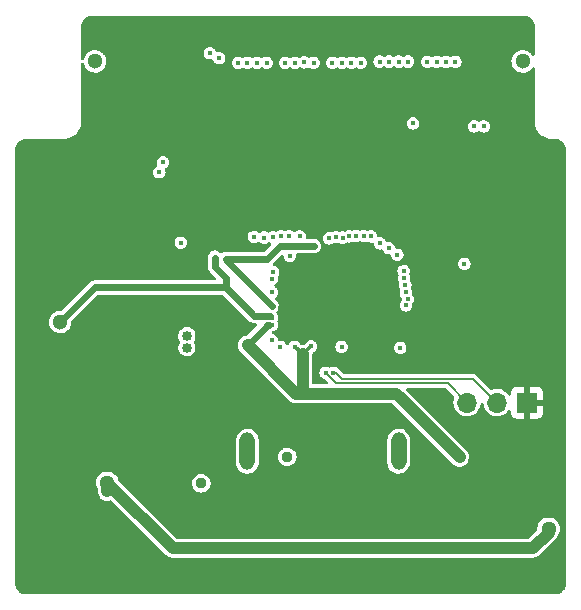
<source format=gbr>
%TF.GenerationSoftware,KiCad,Pcbnew,6.0.4-6f826c9f35~116~ubuntu20.04.1*%
%TF.CreationDate,2022-04-18T13:25:31+07:00*%
%TF.ProjectId,CH569Board,43483536-3942-46f6-9172-642e6b696361,rev?*%
%TF.SameCoordinates,Original*%
%TF.FileFunction,Copper,L3,Inr*%
%TF.FilePolarity,Positive*%
%FSLAX46Y46*%
G04 Gerber Fmt 4.6, Leading zero omitted, Abs format (unit mm)*
G04 Created by KiCad (PCBNEW 6.0.4-6f826c9f35~116~ubuntu20.04.1) date 2022-04-18 13:25:31*
%MOMM*%
%LPD*%
G01*
G04 APERTURE LIST*
%TA.AperFunction,ComponentPad*%
%ADD10C,1.300000*%
%TD*%
%TA.AperFunction,ComponentPad*%
%ADD11R,1.700000X1.700000*%
%TD*%
%TA.AperFunction,ComponentPad*%
%ADD12O,1.700000X1.700000*%
%TD*%
%TA.AperFunction,ComponentPad*%
%ADD13O,1.300000X3.200000*%
%TD*%
%TA.AperFunction,ComponentPad*%
%ADD14C,0.850000*%
%TD*%
%TA.AperFunction,ComponentPad*%
%ADD15O,0.850000X0.850000*%
%TD*%
%TA.AperFunction,ViaPad*%
%ADD16C,0.450000*%
%TD*%
%TA.AperFunction,ViaPad*%
%ADD17C,0.950000*%
%TD*%
%TA.AperFunction,ViaPad*%
%ADD18C,1.300000*%
%TD*%
%TA.AperFunction,ViaPad*%
%ADD19C,0.750000*%
%TD*%
%TA.AperFunction,Conductor*%
%ADD20C,1.000000*%
%TD*%
%TA.AperFunction,Conductor*%
%ADD21C,0.600000*%
%TD*%
%TA.AperFunction,Conductor*%
%ADD22C,0.200000*%
%TD*%
%TA.AperFunction,Conductor*%
%ADD23C,0.300000*%
%TD*%
%TA.AperFunction,Conductor*%
%ADD24C,0.205740*%
%TD*%
G04 APERTURE END LIST*
D10*
%TO.N,*%
%TO.C,CN1*%
X143710000Y-82390000D03*
X107510000Y-82390000D03*
%TD*%
D11*
%TO.N,GND*%
%TO.C,J2*%
X144075000Y-111275000D03*
D12*
%TO.N,/RXD*%
X141535000Y-111275000D03*
%TO.N,/TXD*%
X138995000Y-111275000D03*
%TD*%
D13*
%TO.N,unconnected-(USB1-Pad10)*%
%TO.C,USB1*%
X120400000Y-115390007D03*
%TO.N,unconnected-(USB1-Pad11)*%
X133200000Y-115390007D03*
%TD*%
D14*
%TO.N,/GX+*%
%TO.C,J1*%
X115275000Y-106625000D03*
D15*
%TO.N,/GX-*%
X115275000Y-105625000D03*
%TD*%
D16*
%TO.N,GND*%
X110520000Y-126730000D03*
X126810000Y-82460000D03*
D17*
X117023147Y-104516260D03*
X127711200Y-105521000D03*
D16*
X118170000Y-119510000D03*
X116240000Y-112310000D03*
D17*
X127711200Y-104454200D03*
D16*
X135850000Y-124950000D03*
D17*
X123444000Y-103362000D03*
D16*
X130820000Y-82450000D03*
X113680000Y-126720000D03*
X109540000Y-82520000D03*
X102580000Y-122560000D03*
X139827000Y-106553000D03*
D18*
X118790000Y-109750000D03*
D17*
X129780000Y-115940000D03*
X124510800Y-102295200D03*
D16*
X117620000Y-110660000D03*
D17*
X126644400Y-102320600D03*
D16*
X109510000Y-102680000D03*
X102320000Y-90180000D03*
X141986000Y-90678000D03*
X123750000Y-119540000D03*
X135330000Y-110590000D03*
D17*
X124510800Y-104428800D03*
X123444000Y-104428800D03*
D16*
X142990000Y-94170000D03*
X141986000Y-97663000D03*
D17*
X123444000Y-105495600D03*
D16*
X114800000Y-81680000D03*
D17*
X125577600Y-105495600D03*
D16*
X109540000Y-87200000D03*
X141953756Y-100853519D03*
X116230000Y-114580000D03*
D17*
X123444000Y-102295200D03*
D16*
X136220000Y-117640000D03*
D19*
X125848191Y-94020630D03*
D16*
X138810000Y-82390000D03*
X101370000Y-120690000D03*
D17*
X124510800Y-101203000D03*
D16*
X129840000Y-119470000D03*
X116190000Y-116320000D03*
X102220000Y-115860000D03*
X107670000Y-84820000D03*
X111610000Y-82500000D03*
D17*
X126820000Y-112680000D03*
X124510800Y-103362000D03*
X125577600Y-103362000D03*
D16*
X122810000Y-82450000D03*
X132440000Y-112320000D03*
D17*
X126644400Y-103387400D03*
X125577600Y-102295200D03*
X123444000Y-101203000D03*
D16*
X141986000Y-87376000D03*
X102250000Y-96690000D03*
X138176000Y-107950000D03*
X143040000Y-84800000D03*
D17*
X125577600Y-104428800D03*
D16*
X143040000Y-80040000D03*
D17*
X126644400Y-105521000D03*
D16*
X102270000Y-93470000D03*
D17*
X127711200Y-103387400D03*
D16*
X121080000Y-98060000D03*
X134810000Y-82380000D03*
X141986000Y-104394000D03*
D17*
X124510800Y-105495600D03*
D16*
X107610000Y-79950000D03*
D17*
X126644400Y-101228400D03*
X126644400Y-104454200D03*
D16*
X112180000Y-110660000D03*
X118810000Y-82490000D03*
D17*
X125577600Y-101203000D03*
X127711200Y-102320600D03*
X127711200Y-101228400D03*
D18*
%TO.N,+3V3*%
X104540000Y-104460000D03*
D16*
X123200000Y-106550000D03*
X117640000Y-99000000D03*
X122450000Y-106000000D03*
X122480000Y-104080000D03*
D18*
%TO.N,+5V*%
X108528000Y-118062000D03*
X145896800Y-121958000D03*
D16*
%TO.N,+1V2*%
X122500000Y-104680000D03*
X125790000Y-106510000D03*
X124400000Y-106560000D03*
D17*
X138360000Y-115910000D03*
D16*
%TO.N,/VIO*%
X126034800Y-98044000D03*
X122490000Y-103110000D03*
X118590000Y-99110000D03*
X128380000Y-106550000D03*
%TO.N,/CS*%
X114760000Y-97730000D03*
X122490000Y-101930000D03*
%TO.N,/HD2*%
X122460000Y-100810000D03*
X134420000Y-87640000D03*
%TO.N,/HD18*%
X132400000Y-82400000D03*
X131622800Y-97790000D03*
%TO.N,/HD17*%
X133225000Y-82400000D03*
X132384800Y-98196400D03*
%TO.N,/HD16*%
X133096000Y-98755200D03*
X134000000Y-82400000D03*
%TO.N,/HD15*%
X133637768Y-100128917D03*
X135625000Y-82425000D03*
%TO.N,/HD14*%
X133678099Y-100731164D03*
X136425000Y-82425000D03*
%TO.N,/HD13*%
X137225000Y-82425000D03*
X133775000Y-101325000D03*
%TO.N,/HD12*%
X138000000Y-82425000D03*
X133817712Y-101951384D03*
%TO.N,/HD11*%
X139598400Y-87884000D03*
X133993549Y-102500416D03*
%TO.N,/HD10*%
X140411200Y-87884000D03*
X133822478Y-103050952D03*
%TO.N,/HTRDY*%
X133340000Y-106640000D03*
X138770000Y-99520000D03*
%TO.N,/HD19*%
X131600000Y-82400000D03*
X130850000Y-97200000D03*
%TO.N,/HD20*%
X130250000Y-97175000D03*
X130000000Y-82500000D03*
%TO.N,/HD21*%
X129604047Y-97152549D03*
X129200000Y-82500000D03*
%TO.N,/HD23*%
X128462025Y-97301824D03*
X127600000Y-82500000D03*
%TO.N,/HD25*%
X125225000Y-82475000D03*
X127317823Y-97370467D03*
%TO.N,/HD27*%
X123950000Y-97200000D03*
X123600000Y-82500000D03*
%TO.N,/HD28*%
X123250000Y-97210000D03*
X122025000Y-82500000D03*
%TO.N,/LED1*%
X123991255Y-98830218D03*
X118010000Y-82120000D03*
X113260000Y-90930000D03*
%TO.N,/HD29*%
X122580000Y-97280000D03*
X121200000Y-82500000D03*
%TO.N,/LED2*%
X117220000Y-81690000D03*
X112945711Y-91770711D03*
X122580000Y-100220000D03*
%TO.N,/HD30*%
X121825000Y-97300000D03*
X120400000Y-82500000D03*
%TO.N,/HD31*%
X120950000Y-97250000D03*
X119600000Y-82500000D03*
%TO.N,/TXD*%
X127029324Y-108749973D03*
%TO.N,/RXD*%
X127680000Y-108760000D03*
D17*
%TO.N,/VBUS*%
X116500000Y-118120000D03*
X123780000Y-115870000D03*
D16*
%TO.N,/HD22*%
X129029532Y-97200378D03*
X128400000Y-82500000D03*
%TO.N,/HD24*%
X126000000Y-82500000D03*
X127886195Y-97273983D03*
%TO.N,/HD26*%
X124425000Y-82500000D03*
X124825000Y-97200000D03*
%TD*%
D20*
%TO.N,+5V*%
X114062400Y-123596400D02*
X144576800Y-123596400D01*
X108528000Y-118062000D02*
X114062400Y-123596400D01*
X144576800Y-123596400D02*
X145896800Y-122276400D01*
X145896800Y-122276400D02*
X145896800Y-121958000D01*
D21*
%TO.N,+3V3*%
X121000000Y-103950000D02*
X122290000Y-103950000D01*
X104540000Y-104460000D02*
X107470000Y-101530000D01*
X118580000Y-101530000D02*
X121000000Y-103950000D01*
X117640000Y-99780000D02*
X117640000Y-99000000D01*
D22*
X118620000Y-101530000D02*
X118580000Y-101530000D01*
X122480000Y-104080000D02*
X121200000Y-104110000D01*
D21*
X118580000Y-101530000D02*
X118580000Y-100720000D01*
X107470000Y-101530000D02*
X107510000Y-101530000D01*
D22*
X121200000Y-104110000D02*
X118620000Y-101530000D01*
D21*
X118580000Y-100720000D02*
X117640000Y-99780000D01*
X107510000Y-101530000D02*
X118580000Y-101530000D01*
D20*
%TO.N,+5V*%
X108528000Y-118062000D02*
X108528000Y-118788000D01*
%TO.N,+1V2*%
X125140000Y-110540000D02*
X125110000Y-110510000D01*
D22*
X122500000Y-104680000D02*
X122083497Y-104686503D01*
X121935000Y-104835000D02*
X120340000Y-106430000D01*
D20*
X138360000Y-115910000D02*
X133370000Y-110920000D01*
D21*
X121935000Y-104835000D02*
X122038489Y-104731511D01*
D23*
X125110000Y-107200000D02*
X125110000Y-107190000D01*
X124400000Y-106560000D02*
X124470000Y-106560000D01*
D20*
X133370000Y-110920000D02*
X133370000Y-110890000D01*
D23*
X124470000Y-106560000D02*
X125110000Y-107200000D01*
D21*
X120410000Y-106430000D02*
X120410000Y-106360000D01*
D20*
X133370000Y-110890000D02*
X133020000Y-110540000D01*
D23*
X125110000Y-107190000D02*
X125790000Y-106510000D01*
D20*
X133020000Y-110540000D02*
X125140000Y-110540000D01*
X125110000Y-110510000D02*
X124490000Y-110510000D01*
X125110000Y-110510000D02*
X125110000Y-107200000D01*
D22*
X122083497Y-104686503D02*
X121935000Y-104835000D01*
D21*
X120410000Y-106360000D02*
X121935000Y-104835000D01*
X122210134Y-104731511D02*
X122184311Y-104705688D01*
X122038489Y-104731511D02*
X122210134Y-104731511D01*
D20*
X120410000Y-106430000D02*
X124490000Y-110510000D01*
D21*
%TO.N,/VIO*%
X118590000Y-99110000D02*
X122080000Y-99120000D01*
X118590000Y-99110000D02*
X118730000Y-99350000D01*
X118730000Y-99350000D02*
X122490000Y-103110000D01*
X122080000Y-99120000D02*
X123156000Y-98044000D01*
X123156000Y-98044000D02*
X126034800Y-98044000D01*
D24*
%TO.N,/TXD*%
X127900000Y-109650000D02*
X137370000Y-109650000D01*
X127029324Y-108779324D02*
X127900000Y-109650000D01*
X137370000Y-109650000D02*
X138995000Y-111275000D01*
X127029324Y-108749973D02*
X127029324Y-108779324D01*
%TO.N,/RXD*%
X128425000Y-109275000D02*
X139535000Y-109275000D01*
X127680000Y-108760000D02*
X127910000Y-108760000D01*
X139535000Y-109275000D02*
X141535000Y-111275000D01*
X127910000Y-108760000D02*
X128425000Y-109275000D01*
%TD*%
%TA.AperFunction,Conductor*%
%TO.N,GND*%
G36*
X143812747Y-78519693D02*
G01*
X143816362Y-78520330D01*
X143817326Y-78520500D01*
X143828187Y-78522415D01*
X143839044Y-78520500D01*
X143849634Y-78520500D01*
X143861965Y-78521105D01*
X143991335Y-78533845D01*
X144015543Y-78538660D01*
X144160551Y-78582646D01*
X144183361Y-78592094D01*
X144316993Y-78663519D01*
X144337529Y-78677241D01*
X144454656Y-78773362D01*
X144472116Y-78790821D01*
X144568243Y-78907948D01*
X144581966Y-78928485D01*
X144653392Y-79062109D01*
X144662845Y-79084928D01*
X144670911Y-79111516D01*
X144706833Y-79229928D01*
X144711651Y-79254148D01*
X144724354Y-79383101D01*
X144724961Y-79395450D01*
X144724961Y-79406427D01*
X144723047Y-79417284D01*
X144724962Y-79428142D01*
X144725768Y-79432714D01*
X144727683Y-79454596D01*
X144727683Y-81780003D01*
X144707681Y-81848124D01*
X144654025Y-81894617D01*
X144583751Y-81904721D01*
X144519171Y-81875227D01*
X144504040Y-81859639D01*
X144391605Y-81721780D01*
X144391602Y-81721777D01*
X144387710Y-81717005D01*
X144382056Y-81712327D01*
X144315898Y-81657596D01*
X144244085Y-81598187D01*
X144080116Y-81509529D01*
X143991083Y-81481969D01*
X143907936Y-81456231D01*
X143907933Y-81456230D01*
X143902049Y-81454409D01*
X143895924Y-81453765D01*
X143895923Y-81453765D01*
X143722796Y-81435568D01*
X143722795Y-81435568D01*
X143716668Y-81434924D01*
X143638549Y-81442033D01*
X143537171Y-81451259D01*
X143537168Y-81451260D01*
X143531032Y-81451818D01*
X143525122Y-81453557D01*
X143525119Y-81453558D01*
X143358129Y-81502707D01*
X143352214Y-81504448D01*
X143187023Y-81590807D01*
X143041752Y-81707608D01*
X142921935Y-81850401D01*
X142918971Y-81855793D01*
X142918968Y-81855797D01*
X142869376Y-81946005D01*
X142832135Y-82013746D01*
X142830274Y-82019613D01*
X142830273Y-82019615D01*
X142777634Y-82185554D01*
X142775772Y-82191424D01*
X142754994Y-82376665D01*
X142755510Y-82382809D01*
X142767786Y-82528994D01*
X142770592Y-82562414D01*
X142772291Y-82568339D01*
X142800013Y-82665017D01*
X142821971Y-82741595D01*
X142824790Y-82747080D01*
X142891152Y-82876205D01*
X142907176Y-82907385D01*
X143022959Y-83053468D01*
X143164912Y-83174279D01*
X143327627Y-83265217D01*
X143504907Y-83322819D01*
X143689998Y-83344890D01*
X143696133Y-83344418D01*
X143696135Y-83344418D01*
X143869710Y-83331062D01*
X143869715Y-83331061D01*
X143875851Y-83330589D01*
X143881781Y-83328933D01*
X143881783Y-83328933D01*
X144049459Y-83282117D01*
X144049458Y-83282117D01*
X144055387Y-83280462D01*
X144221768Y-83196417D01*
X144246255Y-83177286D01*
X144363794Y-83085454D01*
X144363795Y-83085453D01*
X144368655Y-83081656D01*
X144490454Y-82940550D01*
X144493498Y-82935192D01*
X144497048Y-82930159D01*
X144498655Y-82931293D01*
X144543166Y-82888254D01*
X144612784Y-82874332D01*
X144678878Y-82900258D01*
X144720463Y-82957801D01*
X144727683Y-82999842D01*
X144727683Y-87406077D01*
X144725769Y-87427957D01*
X144723047Y-87443394D01*
X144724435Y-87451265D01*
X144739183Y-87657481D01*
X144784805Y-87867210D01*
X144786376Y-87871422D01*
X144845080Y-88028814D01*
X144859811Y-88068311D01*
X144861967Y-88072259D01*
X144861969Y-88072264D01*
X144960241Y-88252238D01*
X144962672Y-88256691D01*
X145027203Y-88342895D01*
X145080457Y-88414035D01*
X145091296Y-88428515D01*
X145243064Y-88580286D01*
X145246664Y-88582981D01*
X145246671Y-88582987D01*
X145367643Y-88673546D01*
X145414886Y-88708913D01*
X145603264Y-88811778D01*
X145607476Y-88813349D01*
X145607478Y-88813350D01*
X145800141Y-88885212D01*
X145804364Y-88886787D01*
X145808769Y-88887745D01*
X145808768Y-88887745D01*
X146009692Y-88931456D01*
X146009695Y-88931456D01*
X146014092Y-88932413D01*
X146220517Y-88947180D01*
X146228179Y-88948531D01*
X146243619Y-88945809D01*
X146265495Y-88943895D01*
X146450846Y-88943895D01*
X146472720Y-88945808D01*
X146488167Y-88948531D01*
X146499024Y-88946616D01*
X146509606Y-88946616D01*
X146521957Y-88947222D01*
X146651307Y-88959957D01*
X146675531Y-88964775D01*
X146748029Y-88986765D01*
X146820526Y-89008754D01*
X146843348Y-89018206D01*
X146976984Y-89089632D01*
X146997510Y-89103347D01*
X147114643Y-89199471D01*
X147132102Y-89216929D01*
X147228230Y-89334057D01*
X147241953Y-89354594D01*
X147313380Y-89488220D01*
X147322832Y-89511037D01*
X147366819Y-89656039D01*
X147371637Y-89680260D01*
X147384331Y-89809142D01*
X147383873Y-89821515D01*
X147384934Y-89821515D01*
X147384934Y-89832542D01*
X147383020Y-89843396D01*
X147384934Y-89854251D01*
X147385742Y-89858833D01*
X147387656Y-89880713D01*
X147387656Y-126528619D01*
X147385741Y-126550504D01*
X147383020Y-126565932D01*
X147384933Y-126576786D01*
X147384933Y-126587812D01*
X147384137Y-126587812D01*
X147384672Y-126600029D01*
X147377980Y-126676492D01*
X147374362Y-126717821D01*
X147370548Y-126739449D01*
X147333933Y-126876082D01*
X147326420Y-126896720D01*
X147296531Y-126960813D01*
X147277965Y-127000626D01*
X147266642Y-127024906D01*
X147255660Y-127043926D01*
X147174523Y-127159795D01*
X147160405Y-127176620D01*
X147060385Y-127276635D01*
X147043564Y-127290749D01*
X146927687Y-127371884D01*
X146908676Y-127382859D01*
X146780471Y-127442639D01*
X146759838Y-127450148D01*
X146691524Y-127468451D01*
X146623213Y-127486754D01*
X146601585Y-127490568D01*
X146556582Y-127494505D01*
X146483571Y-127500892D01*
X146471568Y-127500366D01*
X146471568Y-127501190D01*
X146460546Y-127501190D01*
X146449690Y-127499276D01*
X146434250Y-127501998D01*
X146412374Y-127503912D01*
X101704558Y-127503912D01*
X101682683Y-127501999D01*
X101667237Y-127499276D01*
X101656380Y-127501191D01*
X101645361Y-127501191D01*
X101645361Y-127500397D01*
X101633141Y-127500930D01*
X101515335Y-127490628D01*
X101493705Y-127486815D01*
X101357061Y-127450207D01*
X101336425Y-127442697D01*
X101208216Y-127382918D01*
X101189197Y-127371938D01*
X101073314Y-127290803D01*
X101056488Y-127276686D01*
X100956459Y-127176664D01*
X100942340Y-127159839D01*
X100861198Y-127043965D01*
X100850216Y-127024945D01*
X100790427Y-126896739D01*
X100782915Y-126876101D01*
X100746298Y-126739466D01*
X100742483Y-126717836D01*
X100732203Y-126600378D01*
X100732751Y-126587810D01*
X100732003Y-126587810D01*
X100732003Y-126576787D01*
X100733916Y-126565932D01*
X100731195Y-126550504D01*
X100729280Y-126528619D01*
X100729280Y-118048665D01*
X107572994Y-118048665D01*
X107573510Y-118054809D01*
X107580482Y-118137830D01*
X107588592Y-118234414D01*
X107590291Y-118240339D01*
X107604228Y-118288942D01*
X107639971Y-118413595D01*
X107642792Y-118419084D01*
X107713566Y-118556796D01*
X107727500Y-118614390D01*
X107727500Y-118833155D01*
X107742454Y-118966472D01*
X107801515Y-119136073D01*
X107896684Y-119288375D01*
X107960229Y-119352365D01*
X108018267Y-119410810D01*
X108018271Y-119410813D01*
X108023230Y-119415807D01*
X108174864Y-119512037D01*
X108181507Y-119514402D01*
X108181506Y-119514402D01*
X108337414Y-119569919D01*
X108337419Y-119569920D01*
X108344049Y-119572281D01*
X108351035Y-119573114D01*
X108351039Y-119573115D01*
X108478823Y-119588352D01*
X108522376Y-119593545D01*
X108529379Y-119592809D01*
X108529380Y-119592809D01*
X108693975Y-119575510D01*
X108693979Y-119575509D01*
X108700983Y-119574773D01*
X108781700Y-119547295D01*
X108852632Y-119544277D01*
X108911400Y-119577478D01*
X113489881Y-124155959D01*
X113490810Y-124156897D01*
X113553259Y-124220668D01*
X113559179Y-124224483D01*
X113559185Y-124224488D01*
X113589291Y-124243890D01*
X113599645Y-124251330D01*
X113633134Y-124278064D01*
X113639472Y-124281128D01*
X113639477Y-124281131D01*
X113662953Y-124292479D01*
X113676373Y-124300010D01*
X113698291Y-124314136D01*
X113698299Y-124314140D01*
X113704217Y-124317954D01*
X113710837Y-124320364D01*
X113710838Y-124320364D01*
X113744488Y-124332612D01*
X113756232Y-124337573D01*
X113788481Y-124353163D01*
X113788487Y-124353165D01*
X113794823Y-124356228D01*
X113801678Y-124357811D01*
X113801682Y-124357812D01*
X113827110Y-124363682D01*
X113841860Y-124368052D01*
X113866355Y-124376968D01*
X113866360Y-124376969D01*
X113872978Y-124379378D01*
X113915512Y-124384751D01*
X113928028Y-124386981D01*
X113969811Y-124396627D01*
X113976849Y-124396651D01*
X113976854Y-124396652D01*
X114009993Y-124396767D01*
X114010860Y-124396796D01*
X114011683Y-124396900D01*
X114047979Y-124396900D01*
X114048418Y-124396901D01*
X114145909Y-124397241D01*
X114145912Y-124397241D01*
X114149401Y-124397253D01*
X114150589Y-124396987D01*
X114152202Y-124396900D01*
X144567717Y-124396900D01*
X144569038Y-124396907D01*
X144658207Y-124397841D01*
X144700096Y-124388784D01*
X144712670Y-124386725D01*
X144730301Y-124384747D01*
X144748276Y-124382731D01*
X144748278Y-124382730D01*
X144755272Y-124381946D01*
X144786559Y-124371050D01*
X144801364Y-124366889D01*
X144826861Y-124361377D01*
X144826864Y-124361376D01*
X144833742Y-124359889D01*
X144872599Y-124341770D01*
X144884382Y-124336986D01*
X144924873Y-124322885D01*
X144952967Y-124305330D01*
X144966482Y-124297992D01*
X144996507Y-124283991D01*
X145030367Y-124257726D01*
X145040824Y-124250431D01*
X145071200Y-124231450D01*
X145071203Y-124231448D01*
X145077175Y-124227716D01*
X145082173Y-124222753D01*
X145105693Y-124199397D01*
X145106315Y-124198815D01*
X145106977Y-124198301D01*
X145132837Y-124172441D01*
X145204607Y-124101170D01*
X145205259Y-124100143D01*
X145206343Y-124098935D01*
X146456359Y-122848919D01*
X146457297Y-122847990D01*
X146457568Y-122847725D01*
X146521068Y-122785541D01*
X146524883Y-122779621D01*
X146524888Y-122779615D01*
X146544290Y-122749509D01*
X146551730Y-122739155D01*
X146574067Y-122711174D01*
X146578464Y-122705666D01*
X146592882Y-122675841D01*
X146600411Y-122662425D01*
X146614535Y-122640509D01*
X146618354Y-122634583D01*
X146633013Y-122594309D01*
X146637972Y-122582569D01*
X146653563Y-122550316D01*
X146656627Y-122543978D01*
X146656716Y-122543594D01*
X146670128Y-122517608D01*
X146673226Y-122513217D01*
X146677254Y-122508550D01*
X146769326Y-122346474D01*
X146828164Y-122169601D01*
X146851527Y-121984668D01*
X146851899Y-121958000D01*
X146833709Y-121772487D01*
X146831928Y-121766588D01*
X146831927Y-121766583D01*
X146781614Y-121599939D01*
X146779833Y-121594040D01*
X146692322Y-121429456D01*
X146688432Y-121424686D01*
X146688429Y-121424682D01*
X146578405Y-121289780D01*
X146578402Y-121289777D01*
X146574510Y-121285005D01*
X146568856Y-121280327D01*
X146435634Y-121170116D01*
X146430885Y-121166187D01*
X146266916Y-121077529D01*
X146177882Y-121049969D01*
X146094736Y-121024231D01*
X146094733Y-121024230D01*
X146088849Y-121022409D01*
X146082724Y-121021765D01*
X146082723Y-121021765D01*
X145909596Y-121003568D01*
X145909595Y-121003568D01*
X145903468Y-121002924D01*
X145825349Y-121010033D01*
X145723971Y-121019259D01*
X145723968Y-121019260D01*
X145717832Y-121019818D01*
X145711922Y-121021557D01*
X145711919Y-121021558D01*
X145544929Y-121070707D01*
X145539014Y-121072448D01*
X145373823Y-121158807D01*
X145228552Y-121275608D01*
X145108735Y-121418401D01*
X145105771Y-121423793D01*
X145105768Y-121423797D01*
X145031056Y-121559699D01*
X145018935Y-121581746D01*
X144962572Y-121759424D01*
X144941794Y-121944665D01*
X144942310Y-121950809D01*
X144948881Y-122029066D01*
X144934649Y-122098622D01*
X144912418Y-122128704D01*
X144282127Y-122758995D01*
X144219815Y-122793021D01*
X144193032Y-122795900D01*
X114446168Y-122795900D01*
X114378047Y-122775898D01*
X114357073Y-122758995D01*
X109707182Y-118109104D01*
X115719669Y-118109104D01*
X115736647Y-118282256D01*
X115791564Y-118447343D01*
X115795211Y-118453365D01*
X115795212Y-118453367D01*
X115812907Y-118482584D01*
X115881692Y-118596162D01*
X116002550Y-118721314D01*
X116148132Y-118816580D01*
X116192700Y-118833155D01*
X116304600Y-118874771D01*
X116304602Y-118874772D01*
X116311202Y-118877226D01*
X116318180Y-118878157D01*
X116318184Y-118878158D01*
X116386420Y-118887262D01*
X116483656Y-118900236D01*
X116490667Y-118899598D01*
X116490671Y-118899598D01*
X116627507Y-118887144D01*
X116656923Y-118884467D01*
X116663623Y-118882290D01*
X116663628Y-118882289D01*
X116815691Y-118832881D01*
X116815694Y-118832880D01*
X116822390Y-118830704D01*
X116971833Y-118741618D01*
X117097826Y-118621636D01*
X117102641Y-118614390D01*
X117190212Y-118482584D01*
X117194107Y-118476722D01*
X117255889Y-118314079D01*
X117280103Y-118141790D01*
X117280407Y-118120000D01*
X117261013Y-117947102D01*
X117203796Y-117782797D01*
X117111600Y-117635252D01*
X117098274Y-117621832D01*
X117010512Y-117533456D01*
X116989006Y-117511799D01*
X116978342Y-117505031D01*
X116932076Y-117475670D01*
X116842108Y-117418575D01*
X116721840Y-117375749D01*
X116684841Y-117362574D01*
X116684839Y-117362573D01*
X116678207Y-117360212D01*
X116671221Y-117359379D01*
X116671217Y-117359378D01*
X116548107Y-117344699D01*
X116505448Y-117339612D01*
X116498445Y-117340348D01*
X116498444Y-117340348D01*
X116452109Y-117345218D01*
X116332419Y-117357798D01*
X116325753Y-117360067D01*
X116325750Y-117360068D01*
X116174386Y-117411597D01*
X116174383Y-117411598D01*
X116167719Y-117413867D01*
X116019533Y-117505031D01*
X115895228Y-117626760D01*
X115800980Y-117773004D01*
X115798569Y-117779627D01*
X115798568Y-117779630D01*
X115743885Y-117929870D01*
X115743884Y-117929875D01*
X115741475Y-117936493D01*
X115719669Y-118109104D01*
X109707182Y-118109104D01*
X109483113Y-117885035D01*
X109451586Y-117832358D01*
X109412814Y-117703939D01*
X109411033Y-117698040D01*
X109323522Y-117533456D01*
X109319632Y-117528686D01*
X109319629Y-117528682D01*
X109209605Y-117393780D01*
X109209602Y-117393777D01*
X109205710Y-117389005D01*
X109200056Y-117384327D01*
X109133898Y-117329596D01*
X109062085Y-117270187D01*
X108898116Y-117181529D01*
X108806127Y-117153054D01*
X108725936Y-117128231D01*
X108725933Y-117128230D01*
X108720049Y-117126409D01*
X108713924Y-117125765D01*
X108713923Y-117125765D01*
X108540796Y-117107568D01*
X108540795Y-117107568D01*
X108534668Y-117106924D01*
X108456549Y-117114033D01*
X108355171Y-117123259D01*
X108355168Y-117123260D01*
X108349032Y-117123818D01*
X108343122Y-117125557D01*
X108343119Y-117125558D01*
X108249698Y-117153054D01*
X108170214Y-117176448D01*
X108005023Y-117262807D01*
X107859752Y-117379608D01*
X107739935Y-117522401D01*
X107736971Y-117527793D01*
X107736968Y-117527797D01*
X107685272Y-117621832D01*
X107650135Y-117685746D01*
X107648274Y-117691613D01*
X107648273Y-117691615D01*
X107620353Y-117779630D01*
X107593772Y-117863424D01*
X107572994Y-118048665D01*
X100729280Y-118048665D01*
X100729280Y-116388266D01*
X119449500Y-116388266D01*
X119464112Y-116532117D01*
X119521856Y-116716380D01*
X119615472Y-116885268D01*
X119741136Y-117031882D01*
X119746178Y-117035793D01*
X119746179Y-117035794D01*
X119888665Y-117146318D01*
X119888668Y-117146320D01*
X119893714Y-117150234D01*
X120066974Y-117235488D01*
X120073144Y-117237095D01*
X120073149Y-117237097D01*
X120247655Y-117282552D01*
X120247658Y-117282552D01*
X120253837Y-117284162D01*
X120337203Y-117288531D01*
X120440290Y-117293934D01*
X120440294Y-117293934D01*
X120446671Y-117294268D01*
X120637599Y-117265393D01*
X120652385Y-117259953D01*
X120812832Y-117200921D01*
X120812836Y-117200919D01*
X120818821Y-117198717D01*
X120982934Y-117096962D01*
X121123235Y-116964286D01*
X121233991Y-116806109D01*
X121310680Y-116628892D01*
X121329625Y-116538208D01*
X121349177Y-116444619D01*
X121349177Y-116444615D01*
X121350168Y-116439874D01*
X121350500Y-116433539D01*
X121350500Y-115859104D01*
X122999669Y-115859104D01*
X123016647Y-116032256D01*
X123071564Y-116197343D01*
X123075211Y-116203365D01*
X123075212Y-116203367D01*
X123092907Y-116232584D01*
X123161692Y-116346162D01*
X123282550Y-116471314D01*
X123428132Y-116566580D01*
X123483765Y-116587270D01*
X123584600Y-116624771D01*
X123584602Y-116624772D01*
X123591202Y-116627226D01*
X123598180Y-116628157D01*
X123598184Y-116628158D01*
X123666420Y-116637262D01*
X123763656Y-116650236D01*
X123770667Y-116649598D01*
X123770671Y-116649598D01*
X123907507Y-116637144D01*
X123936923Y-116634467D01*
X123943623Y-116632290D01*
X123943628Y-116632289D01*
X124095691Y-116582881D01*
X124095694Y-116582880D01*
X124102390Y-116580704D01*
X124251833Y-116491618D01*
X124360363Y-116388266D01*
X132249500Y-116388266D01*
X132264112Y-116532117D01*
X132321856Y-116716380D01*
X132415472Y-116885268D01*
X132541136Y-117031882D01*
X132546178Y-117035793D01*
X132546179Y-117035794D01*
X132688665Y-117146318D01*
X132688668Y-117146320D01*
X132693714Y-117150234D01*
X132866974Y-117235488D01*
X132873144Y-117237095D01*
X132873149Y-117237097D01*
X133047655Y-117282552D01*
X133047658Y-117282552D01*
X133053837Y-117284162D01*
X133137203Y-117288531D01*
X133240290Y-117293934D01*
X133240294Y-117293934D01*
X133246671Y-117294268D01*
X133437599Y-117265393D01*
X133452385Y-117259953D01*
X133612832Y-117200921D01*
X133612836Y-117200919D01*
X133618821Y-117198717D01*
X133782934Y-117096962D01*
X133923235Y-116964286D01*
X134033991Y-116806109D01*
X134110680Y-116628892D01*
X134129625Y-116538208D01*
X134149177Y-116444619D01*
X134149177Y-116444615D01*
X134150168Y-116439874D01*
X134150500Y-116433539D01*
X134150500Y-114391748D01*
X134135888Y-114247897D01*
X134078144Y-114063634D01*
X133984528Y-113894746D01*
X133858864Y-113748132D01*
X133770627Y-113679688D01*
X133711335Y-113633696D01*
X133711332Y-113633694D01*
X133706286Y-113629780D01*
X133533026Y-113544526D01*
X133526856Y-113542919D01*
X133526851Y-113542917D01*
X133352345Y-113497462D01*
X133352342Y-113497462D01*
X133346163Y-113495852D01*
X133262797Y-113491483D01*
X133159710Y-113486080D01*
X133159706Y-113486080D01*
X133153329Y-113485746D01*
X132962401Y-113514621D01*
X132956406Y-113516827D01*
X132956405Y-113516827D01*
X132787168Y-113579093D01*
X132787164Y-113579095D01*
X132781179Y-113581297D01*
X132617066Y-113683052D01*
X132476765Y-113815728D01*
X132366009Y-113973905D01*
X132289320Y-114151122D01*
X132288015Y-114157369D01*
X132269103Y-114247897D01*
X132249832Y-114340140D01*
X132249500Y-114346475D01*
X132249500Y-116388266D01*
X124360363Y-116388266D01*
X124377826Y-116371636D01*
X124391387Y-116351226D01*
X124470212Y-116232584D01*
X124474107Y-116226722D01*
X124535889Y-116064079D01*
X124560103Y-115891790D01*
X124560407Y-115870000D01*
X124541013Y-115697102D01*
X124483796Y-115532797D01*
X124391600Y-115385252D01*
X124378274Y-115371832D01*
X124273968Y-115266796D01*
X124269006Y-115261799D01*
X124258342Y-115255031D01*
X124212076Y-115225670D01*
X124122108Y-115168575D01*
X124020015Y-115132221D01*
X123964841Y-115112574D01*
X123964839Y-115112573D01*
X123958207Y-115110212D01*
X123951221Y-115109379D01*
X123951217Y-115109378D01*
X123828107Y-115094699D01*
X123785448Y-115089612D01*
X123778445Y-115090348D01*
X123778444Y-115090348D01*
X123732109Y-115095218D01*
X123612419Y-115107798D01*
X123605753Y-115110067D01*
X123605750Y-115110068D01*
X123454386Y-115161597D01*
X123454383Y-115161598D01*
X123447719Y-115163867D01*
X123299533Y-115255031D01*
X123175228Y-115376760D01*
X123080980Y-115523004D01*
X123078569Y-115529627D01*
X123078568Y-115529630D01*
X123023885Y-115679870D01*
X123023884Y-115679875D01*
X123021475Y-115686493D01*
X122999669Y-115859104D01*
X121350500Y-115859104D01*
X121350500Y-114391748D01*
X121335888Y-114247897D01*
X121278144Y-114063634D01*
X121184528Y-113894746D01*
X121058864Y-113748132D01*
X120970627Y-113679688D01*
X120911335Y-113633696D01*
X120911332Y-113633694D01*
X120906286Y-113629780D01*
X120733026Y-113544526D01*
X120726856Y-113542919D01*
X120726851Y-113542917D01*
X120552345Y-113497462D01*
X120552342Y-113497462D01*
X120546163Y-113495852D01*
X120462797Y-113491483D01*
X120359710Y-113486080D01*
X120359706Y-113486080D01*
X120353329Y-113485746D01*
X120162401Y-113514621D01*
X120156406Y-113516827D01*
X120156405Y-113516827D01*
X119987168Y-113579093D01*
X119987164Y-113579095D01*
X119981179Y-113581297D01*
X119817066Y-113683052D01*
X119676765Y-113815728D01*
X119566009Y-113973905D01*
X119489320Y-114151122D01*
X119488015Y-114157369D01*
X119469103Y-114247897D01*
X119449832Y-114340140D01*
X119449500Y-114346475D01*
X119449500Y-116388266D01*
X100729280Y-116388266D01*
X100729280Y-106614806D01*
X114544980Y-106614806D01*
X114560863Y-106776794D01*
X114612240Y-106931238D01*
X114615887Y-106937260D01*
X114615888Y-106937262D01*
X114689671Y-107059092D01*
X114696556Y-107070461D01*
X114809622Y-107187545D01*
X114945818Y-107276669D01*
X114952422Y-107279125D01*
X115091773Y-107330949D01*
X115091775Y-107330949D01*
X115098375Y-107333404D01*
X115105356Y-107334335D01*
X115105358Y-107334336D01*
X115252729Y-107354000D01*
X115252733Y-107354000D01*
X115259710Y-107354931D01*
X115266721Y-107354293D01*
X115266725Y-107354293D01*
X115414784Y-107340818D01*
X115421805Y-107340179D01*
X115428507Y-107338001D01*
X115428509Y-107338001D01*
X115569905Y-107292059D01*
X115569908Y-107292058D01*
X115576604Y-107289882D01*
X115716412Y-107206539D01*
X115721506Y-107201688D01*
X115721510Y-107201685D01*
X115829182Y-107099150D01*
X115829183Y-107099148D01*
X115834282Y-107094293D01*
X115844472Y-107078957D01*
X115920460Y-106964585D01*
X115924355Y-106958723D01*
X115944756Y-106905017D01*
X115979653Y-106813151D01*
X115979654Y-106813148D01*
X115982154Y-106806566D01*
X116004806Y-106645385D01*
X116005091Y-106625000D01*
X115986948Y-106463249D01*
X115983727Y-106453998D01*
X115953928Y-106368430D01*
X115933420Y-106309538D01*
X115922846Y-106292615D01*
X115888987Y-106238430D01*
X115859089Y-106190583D01*
X115839953Y-106122215D01*
X115860994Y-106054088D01*
X115924355Y-105958723D01*
X115957676Y-105871006D01*
X115979653Y-105813151D01*
X115979654Y-105813148D01*
X115982154Y-105806566D01*
X116004806Y-105645385D01*
X116004917Y-105637476D01*
X116005036Y-105628962D01*
X116005036Y-105628956D01*
X116005091Y-105625000D01*
X115986948Y-105463249D01*
X115933420Y-105309538D01*
X115847168Y-105171506D01*
X115732478Y-105056012D01*
X115616187Y-104982212D01*
X115600994Y-104972570D01*
X115600991Y-104972568D01*
X115595051Y-104968799D01*
X115588418Y-104966437D01*
X115448351Y-104916561D01*
X115448349Y-104916560D01*
X115441717Y-104914199D01*
X115434729Y-104913366D01*
X115434726Y-104913365D01*
X115326425Y-104900451D01*
X115280097Y-104894927D01*
X115273094Y-104895663D01*
X115273093Y-104895663D01*
X115232670Y-104899912D01*
X115118224Y-104911940D01*
X115111556Y-104914210D01*
X114970809Y-104962124D01*
X114970806Y-104962125D01*
X114964142Y-104964394D01*
X114825511Y-105049680D01*
X114765486Y-105108461D01*
X114717499Y-105155454D01*
X114709220Y-105163561D01*
X114621049Y-105300376D01*
X114618640Y-105306996D01*
X114618638Y-105306999D01*
X114579541Y-105414418D01*
X114565380Y-105453325D01*
X114544980Y-105614806D01*
X114560863Y-105776794D01*
X114612240Y-105931238D01*
X114615887Y-105937260D01*
X114615888Y-105937262D01*
X114690973Y-106061243D01*
X114709152Y-106129873D01*
X114689108Y-106194769D01*
X114621049Y-106300376D01*
X114618640Y-106306996D01*
X114618638Y-106306999D01*
X114580881Y-106410736D01*
X114565380Y-106453325D01*
X114544980Y-106614806D01*
X100729280Y-106614806D01*
X100729280Y-104446665D01*
X103584994Y-104446665D01*
X103585510Y-104452809D01*
X103599899Y-104624158D01*
X103600592Y-104632414D01*
X103602291Y-104638339D01*
X103638781Y-104765595D01*
X103651971Y-104811595D01*
X103654790Y-104817080D01*
X103705917Y-104916561D01*
X103737176Y-104977385D01*
X103852959Y-105123468D01*
X103994912Y-105244279D01*
X104000290Y-105247285D01*
X104000292Y-105247286D01*
X104034523Y-105266417D01*
X104157627Y-105335217D01*
X104334907Y-105392819D01*
X104519998Y-105414890D01*
X104526133Y-105414418D01*
X104526135Y-105414418D01*
X104699710Y-105401062D01*
X104699715Y-105401061D01*
X104705851Y-105400589D01*
X104711781Y-105398933D01*
X104711783Y-105398933D01*
X104879459Y-105352117D01*
X104879458Y-105352117D01*
X104885387Y-105350462D01*
X105051768Y-105266417D01*
X105076255Y-105247286D01*
X105193794Y-105155454D01*
X105193795Y-105155453D01*
X105198655Y-105151656D01*
X105320454Y-105010550D01*
X105344578Y-104968085D01*
X105409479Y-104853837D01*
X105412526Y-104848474D01*
X105471364Y-104671601D01*
X105484136Y-104570502D01*
X105494285Y-104490170D01*
X105494286Y-104490163D01*
X105494727Y-104486668D01*
X105495099Y-104460000D01*
X105491458Y-104422862D01*
X105504718Y-104353115D01*
X105527762Y-104321473D01*
X107681830Y-102167405D01*
X107744142Y-102133379D01*
X107770925Y-102130500D01*
X118279075Y-102130500D01*
X118347196Y-102150502D01*
X118368170Y-102167405D01*
X120541703Y-104340938D01*
X120552570Y-104353328D01*
X120571718Y-104378282D01*
X120578264Y-104383305D01*
X120626931Y-104420648D01*
X120656771Y-104443545D01*
X120697159Y-104474536D01*
X120843238Y-104535044D01*
X121000000Y-104555682D01*
X121008188Y-104554604D01*
X121031173Y-104551578D01*
X121047619Y-104550500D01*
X121066075Y-104550500D01*
X121134196Y-104570502D01*
X121180689Y-104624158D01*
X121190793Y-104694432D01*
X121161299Y-104759012D01*
X121155170Y-104765595D01*
X120308469Y-105612296D01*
X120246861Y-105646166D01*
X120147733Y-105668324D01*
X119985503Y-105745357D01*
X119979967Y-105749713D01*
X119979966Y-105749714D01*
X119849910Y-105852057D01*
X119849908Y-105852059D01*
X119844370Y-105856417D01*
X119839934Y-105861895D01*
X119839932Y-105861897D01*
X119821768Y-105884328D01*
X119731350Y-105995985D01*
X119728237Y-106002311D01*
X119728236Y-106002313D01*
X119658117Y-106144814D01*
X119652059Y-106157125D01*
X119650427Y-106163974D01*
X119650427Y-106163975D01*
X119645180Y-106186002D01*
X119610440Y-106331826D01*
X119610366Y-106338869D01*
X119610366Y-106338871D01*
X119610056Y-106368513D01*
X119608559Y-106511407D01*
X119646511Y-106686942D01*
X119722409Y-106849707D01*
X119808099Y-106960177D01*
X123917481Y-111069559D01*
X123918410Y-111070497D01*
X123980859Y-111134268D01*
X124016904Y-111157498D01*
X124027229Y-111164917D01*
X124060734Y-111191663D01*
X124067074Y-111194728D01*
X124090553Y-111206079D01*
X124103964Y-111213605D01*
X124125893Y-111227737D01*
X124125898Y-111227739D01*
X124131817Y-111231554D01*
X124172099Y-111246216D01*
X124183829Y-111251170D01*
X124222422Y-111269827D01*
X124229283Y-111271411D01*
X124229286Y-111271412D01*
X124254700Y-111277279D01*
X124269444Y-111281646D01*
X124300578Y-111292978D01*
X124343120Y-111298352D01*
X124355636Y-111300582D01*
X124397410Y-111310226D01*
X124404451Y-111310251D01*
X124404454Y-111310251D01*
X124437582Y-111310367D01*
X124438455Y-111310396D01*
X124439283Y-111310500D01*
X124475737Y-111310500D01*
X124476177Y-111310501D01*
X124573507Y-111310841D01*
X124573510Y-111310841D01*
X124577000Y-111310853D01*
X124578188Y-111310587D01*
X124579800Y-111310500D01*
X124894078Y-111310500D01*
X124937172Y-111318099D01*
X124943956Y-111320568D01*
X124943958Y-111320568D01*
X124950578Y-111322978D01*
X124993120Y-111328352D01*
X125005636Y-111330582D01*
X125047410Y-111340226D01*
X125054451Y-111340251D01*
X125054454Y-111340251D01*
X125087582Y-111340367D01*
X125088455Y-111340396D01*
X125089283Y-111340500D01*
X125125737Y-111340500D01*
X125126177Y-111340501D01*
X125223507Y-111340841D01*
X125223510Y-111340841D01*
X125227000Y-111340853D01*
X125228188Y-111340587D01*
X125229800Y-111340500D01*
X132618929Y-111340500D01*
X132687050Y-111360502D01*
X132725783Y-111399729D01*
X132738684Y-111420375D01*
X132743646Y-111425372D01*
X132743647Y-111425373D01*
X132767003Y-111448893D01*
X132767585Y-111449515D01*
X132768099Y-111450177D01*
X132793959Y-111476037D01*
X132865230Y-111547807D01*
X132866257Y-111548459D01*
X132867465Y-111549543D01*
X137825891Y-116507969D01*
X137828634Y-116510158D01*
X137828641Y-116510165D01*
X137894481Y-116562724D01*
X137930734Y-116591664D01*
X137937072Y-116594728D01*
X137937077Y-116594731D01*
X138043561Y-116646207D01*
X138092423Y-116669827D01*
X138099291Y-116671413D01*
X138099295Y-116671414D01*
X138260541Y-116708641D01*
X138267411Y-116710227D01*
X138274456Y-116710252D01*
X138274460Y-116710252D01*
X138354922Y-116710532D01*
X138447001Y-116710853D01*
X138453867Y-116709318D01*
X138453870Y-116709318D01*
X138568261Y-116683748D01*
X138622267Y-116671677D01*
X138784498Y-116594644D01*
X138802213Y-116580704D01*
X138872023Y-116525768D01*
X138925630Y-116483583D01*
X139038650Y-116344015D01*
X139041764Y-116337687D01*
X139114831Y-116189197D01*
X139114832Y-116189194D01*
X139117941Y-116182876D01*
X139159561Y-116008174D01*
X139161441Y-115828593D01*
X139123490Y-115653058D01*
X139064624Y-115526820D01*
X139050568Y-115496677D01*
X139050568Y-115496676D01*
X139047591Y-115490293D01*
X138961902Y-115379824D01*
X134074034Y-110491956D01*
X134058471Y-110472180D01*
X134057591Y-110470293D01*
X134031322Y-110436427D01*
X134024037Y-110425986D01*
X134001316Y-110389625D01*
X133972976Y-110361087D01*
X133972416Y-110360488D01*
X133971901Y-110359824D01*
X133946175Y-110334098D01*
X133880690Y-110268154D01*
X133846883Y-110205723D01*
X133852195Y-110134925D01*
X133894940Y-110078239D01*
X133961546Y-110053660D01*
X133970096Y-110053370D01*
X137150729Y-110053370D01*
X137218850Y-110073372D01*
X137239824Y-110090275D01*
X137886722Y-110737173D01*
X137920748Y-110799485D01*
X137917960Y-110863632D01*
X137917071Y-110866496D01*
X137864820Y-111034773D01*
X137839967Y-111244754D01*
X137853796Y-111455749D01*
X137855217Y-111461345D01*
X137855218Y-111461350D01*
X137876548Y-111545334D01*
X137905845Y-111660690D01*
X137994369Y-111852714D01*
X138116405Y-112025391D01*
X138267865Y-112172937D01*
X138272661Y-112176142D01*
X138272664Y-112176144D01*
X138372129Y-112242604D01*
X138443677Y-112290411D01*
X138448985Y-112292692D01*
X138448986Y-112292692D01*
X138632650Y-112371600D01*
X138632653Y-112371601D01*
X138637953Y-112373878D01*
X138643582Y-112375152D01*
X138643583Y-112375152D01*
X138838550Y-112419269D01*
X138838553Y-112419269D01*
X138844186Y-112420544D01*
X138849957Y-112420771D01*
X138849959Y-112420771D01*
X138911989Y-112423208D01*
X139055470Y-112428846D01*
X139061179Y-112428018D01*
X139061183Y-112428018D01*
X139259015Y-112399333D01*
X139259019Y-112399332D01*
X139264730Y-112398504D01*
X139369163Y-112363054D01*
X139459483Y-112332395D01*
X139459488Y-112332393D01*
X139464955Y-112330537D01*
X139469998Y-112327713D01*
X139644395Y-112230046D01*
X139644399Y-112230043D01*
X139649442Y-112227219D01*
X139812012Y-112092012D01*
X139947219Y-111929442D01*
X139950043Y-111924399D01*
X139950046Y-111924395D01*
X140047713Y-111749998D01*
X140047714Y-111749996D01*
X140050537Y-111744955D01*
X140052393Y-111739488D01*
X140052395Y-111739483D01*
X140116647Y-111550200D01*
X140118504Y-111544730D01*
X140119333Y-111539015D01*
X140140090Y-111395860D01*
X140169660Y-111331315D01*
X140229432Y-111293003D01*
X140300429Y-111293087D01*
X140360109Y-111331542D01*
X140389525Y-111396158D01*
X140390515Y-111405695D01*
X140393796Y-111455749D01*
X140395217Y-111461345D01*
X140395218Y-111461350D01*
X140416548Y-111545334D01*
X140445845Y-111660690D01*
X140534369Y-111852714D01*
X140656405Y-112025391D01*
X140807865Y-112172937D01*
X140812661Y-112176142D01*
X140812664Y-112176144D01*
X140912129Y-112242604D01*
X140983677Y-112290411D01*
X140988985Y-112292692D01*
X140988986Y-112292692D01*
X141172650Y-112371600D01*
X141172653Y-112371601D01*
X141177953Y-112373878D01*
X141183582Y-112375152D01*
X141183583Y-112375152D01*
X141378550Y-112419269D01*
X141378553Y-112419269D01*
X141384186Y-112420544D01*
X141389957Y-112420771D01*
X141389959Y-112420771D01*
X141451989Y-112423208D01*
X141595470Y-112428846D01*
X141601179Y-112428018D01*
X141601183Y-112428018D01*
X141799015Y-112399333D01*
X141799019Y-112399332D01*
X141804730Y-112398504D01*
X141909163Y-112363054D01*
X141999483Y-112332395D01*
X141999488Y-112332393D01*
X142004955Y-112330537D01*
X142009998Y-112327713D01*
X142184395Y-112230046D01*
X142184399Y-112230043D01*
X142189442Y-112227219D01*
X142352012Y-112092012D01*
X142359855Y-112082581D01*
X142483526Y-111933883D01*
X142483528Y-111933879D01*
X142487219Y-111929442D01*
X142488141Y-111927795D01*
X142542230Y-111883782D01*
X142612783Y-111875857D01*
X142676421Y-111907334D01*
X142712938Y-111968220D01*
X142717001Y-111999960D01*
X142717001Y-112169669D01*
X142717371Y-112176490D01*
X142722895Y-112227352D01*
X142726521Y-112242604D01*
X142771676Y-112363054D01*
X142780214Y-112378649D01*
X142856715Y-112480724D01*
X142869276Y-112493285D01*
X142971351Y-112569786D01*
X142986946Y-112578324D01*
X143107394Y-112623478D01*
X143122649Y-112627105D01*
X143173514Y-112632631D01*
X143180328Y-112633000D01*
X143802885Y-112633000D01*
X143818124Y-112628525D01*
X143819329Y-112627135D01*
X143821000Y-112619452D01*
X143821000Y-112614884D01*
X144329000Y-112614884D01*
X144333475Y-112630123D01*
X144334865Y-112631328D01*
X144342548Y-112632999D01*
X144969669Y-112632999D01*
X144976490Y-112632629D01*
X145027352Y-112627105D01*
X145042604Y-112623479D01*
X145163054Y-112578324D01*
X145178649Y-112569786D01*
X145280724Y-112493285D01*
X145293285Y-112480724D01*
X145369786Y-112378649D01*
X145378324Y-112363054D01*
X145423478Y-112242606D01*
X145427105Y-112227351D01*
X145432631Y-112176486D01*
X145433000Y-112169672D01*
X145433000Y-111547115D01*
X145428525Y-111531876D01*
X145427135Y-111530671D01*
X145419452Y-111529000D01*
X144347115Y-111529000D01*
X144331876Y-111533475D01*
X144330671Y-111534865D01*
X144329000Y-111542548D01*
X144329000Y-112614884D01*
X143821000Y-112614884D01*
X143821000Y-111002885D01*
X144329000Y-111002885D01*
X144333475Y-111018124D01*
X144334865Y-111019329D01*
X144342548Y-111021000D01*
X145414884Y-111021000D01*
X145430123Y-111016525D01*
X145431328Y-111015135D01*
X145432999Y-111007452D01*
X145432999Y-110380331D01*
X145432629Y-110373510D01*
X145427105Y-110322648D01*
X145423479Y-110307396D01*
X145378324Y-110186946D01*
X145369786Y-110171351D01*
X145293285Y-110069276D01*
X145280724Y-110056715D01*
X145178649Y-109980214D01*
X145163054Y-109971676D01*
X145042606Y-109926522D01*
X145027351Y-109922895D01*
X144976486Y-109917369D01*
X144969672Y-109917000D01*
X144347115Y-109917000D01*
X144331876Y-109921475D01*
X144330671Y-109922865D01*
X144329000Y-109930548D01*
X144329000Y-111002885D01*
X143821000Y-111002885D01*
X143821000Y-109935116D01*
X143816525Y-109919877D01*
X143815135Y-109918672D01*
X143807452Y-109917001D01*
X143180331Y-109917001D01*
X143173510Y-109917371D01*
X143122648Y-109922895D01*
X143107396Y-109926521D01*
X142986946Y-109971676D01*
X142971351Y-109980214D01*
X142869276Y-110056715D01*
X142856715Y-110069276D01*
X142780214Y-110171351D01*
X142771676Y-110186946D01*
X142726522Y-110307394D01*
X142722895Y-110322649D01*
X142717369Y-110373514D01*
X142717000Y-110380328D01*
X142717000Y-110555561D01*
X142696998Y-110623682D01*
X142643342Y-110670175D01*
X142573068Y-110680279D01*
X142508488Y-110650785D01*
X142490042Y-110630950D01*
X142397104Y-110506491D01*
X142397103Y-110506490D01*
X142393651Y-110501867D01*
X142272228Y-110389625D01*
X142242622Y-110362257D01*
X142242620Y-110362255D01*
X142238381Y-110358337D01*
X142059554Y-110245505D01*
X141863160Y-110167152D01*
X141857503Y-110166027D01*
X141857497Y-110166025D01*
X141661442Y-110127028D01*
X141661440Y-110127028D01*
X141655775Y-110125901D01*
X141650000Y-110125825D01*
X141649996Y-110125825D01*
X141543976Y-110124437D01*
X141444346Y-110123133D01*
X141438649Y-110124112D01*
X141438648Y-110124112D01*
X141241650Y-110157962D01*
X141241649Y-110157962D01*
X141235953Y-110158941D01*
X141131511Y-110197472D01*
X141060679Y-110202284D01*
X140998806Y-110168355D01*
X139775050Y-108944599D01*
X139755253Y-108934512D01*
X139738395Y-108924181D01*
X139728435Y-108916944D01*
X139728429Y-108916941D01*
X139720409Y-108911114D01*
X139710978Y-108908050D01*
X139710975Y-108908048D01*
X139699265Y-108904243D01*
X139681004Y-108896679D01*
X139670039Y-108891092D01*
X139670036Y-108891091D01*
X139661202Y-108886590D01*
X139651411Y-108885039D01*
X139651410Y-108885039D01*
X139645329Y-108884076D01*
X139639247Y-108883113D01*
X139620024Y-108878497D01*
X139608324Y-108874696D01*
X139608325Y-108874696D01*
X139598888Y-108871630D01*
X128644271Y-108871630D01*
X128576150Y-108851628D01*
X128555176Y-108834725D01*
X128150050Y-108429599D01*
X128130253Y-108419512D01*
X128113395Y-108409181D01*
X128103435Y-108401944D01*
X128103429Y-108401941D01*
X128095409Y-108396114D01*
X128074270Y-108389245D01*
X128056003Y-108381679D01*
X128049020Y-108378121D01*
X128029518Y-108365816D01*
X127951568Y-108306002D01*
X127945018Y-108300976D01*
X127920810Y-108290949D01*
X127824811Y-108251185D01*
X127824807Y-108251184D01*
X127817183Y-108248026D01*
X127809003Y-108246949D01*
X127808999Y-108246948D01*
X127688188Y-108231043D01*
X127680000Y-108229965D01*
X127542817Y-108248026D01*
X127414983Y-108300976D01*
X127414020Y-108298651D01*
X127357352Y-108312398D01*
X127300567Y-108295726D01*
X127294342Y-108290949D01*
X127286711Y-108287788D01*
X127286709Y-108287787D01*
X127174135Y-108241158D01*
X127174131Y-108241157D01*
X127166507Y-108237999D01*
X127158327Y-108236922D01*
X127158323Y-108236921D01*
X127037512Y-108221016D01*
X127029324Y-108219938D01*
X126892141Y-108237999D01*
X126764307Y-108290949D01*
X126654533Y-108375182D01*
X126570300Y-108484956D01*
X126517350Y-108612790D01*
X126499289Y-108749973D01*
X126517350Y-108887156D01*
X126570300Y-109014990D01*
X126612417Y-109069877D01*
X126649504Y-109118211D01*
X126649507Y-109118214D01*
X126654533Y-109124764D01*
X126764306Y-109208997D01*
X126771935Y-109212157D01*
X126884513Y-109258788D01*
X126884517Y-109258789D01*
X126892141Y-109261947D01*
X126900323Y-109263024D01*
X126900326Y-109263025D01*
X126906572Y-109263847D01*
X126971500Y-109292569D01*
X126979223Y-109299674D01*
X127203953Y-109524405D01*
X127237978Y-109586717D01*
X127232913Y-109657533D01*
X127190366Y-109714368D01*
X127123845Y-109739179D01*
X127114857Y-109739500D01*
X126036500Y-109739500D01*
X125968379Y-109719498D01*
X125921886Y-109665842D01*
X125910500Y-109613500D01*
X125910500Y-107154845D01*
X125907563Y-107128662D01*
X125919847Y-107058737D01*
X125967986Y-107006552D01*
X125984560Y-106998208D01*
X126047391Y-106972183D01*
X126055018Y-106969024D01*
X126062891Y-106962983D01*
X126158240Y-106889818D01*
X126158241Y-106889817D01*
X126164791Y-106884791D01*
X126169817Y-106878241D01*
X126169820Y-106878238D01*
X126218331Y-106815017D01*
X126249024Y-106775017D01*
X126301974Y-106647183D01*
X126314769Y-106550000D01*
X127849965Y-106550000D01*
X127868026Y-106687183D01*
X127920976Y-106815017D01*
X127963093Y-106869904D01*
X128000180Y-106918238D01*
X128000183Y-106918241D01*
X128005209Y-106924791D01*
X128011759Y-106929817D01*
X128011760Y-106929818D01*
X128108432Y-107003998D01*
X128114982Y-107009024D01*
X128122611Y-107012184D01*
X128235189Y-107058815D01*
X128235193Y-107058816D01*
X128242817Y-107061974D01*
X128250997Y-107063051D01*
X128251001Y-107063052D01*
X128371812Y-107078957D01*
X128380000Y-107080035D01*
X128388188Y-107078957D01*
X128508999Y-107063052D01*
X128509003Y-107063051D01*
X128517183Y-107061974D01*
X128524807Y-107058816D01*
X128524811Y-107058815D01*
X128637389Y-107012184D01*
X128645018Y-107009024D01*
X128651568Y-107003998D01*
X128748240Y-106929818D01*
X128748241Y-106929817D01*
X128754791Y-106924791D01*
X128759817Y-106918241D01*
X128759820Y-106918238D01*
X128796908Y-106869904D01*
X128839024Y-106815017D01*
X128891974Y-106687183D01*
X128898186Y-106640000D01*
X132809965Y-106640000D01*
X132828026Y-106777183D01*
X132880976Y-106905017D01*
X132920899Y-106957045D01*
X132960180Y-107008238D01*
X132960183Y-107008241D01*
X132965209Y-107014791D01*
X132971759Y-107019817D01*
X132971760Y-107019818D01*
X133049257Y-107079284D01*
X133074982Y-107099024D01*
X133082611Y-107102184D01*
X133195189Y-107148815D01*
X133195193Y-107148816D01*
X133202817Y-107151974D01*
X133210997Y-107153051D01*
X133211001Y-107153052D01*
X133331812Y-107168957D01*
X133340000Y-107170035D01*
X133348188Y-107168957D01*
X133468999Y-107153052D01*
X133469003Y-107153051D01*
X133477183Y-107151974D01*
X133484807Y-107148816D01*
X133484811Y-107148815D01*
X133597389Y-107102184D01*
X133605018Y-107099024D01*
X133630743Y-107079284D01*
X133708240Y-107019818D01*
X133708241Y-107019817D01*
X133714791Y-107014791D01*
X133719817Y-107008241D01*
X133719820Y-107008238D01*
X133759101Y-106957045D01*
X133799024Y-106905017D01*
X133851974Y-106777183D01*
X133870035Y-106640000D01*
X133851974Y-106502817D01*
X133799024Y-106374983D01*
X133746858Y-106306999D01*
X133719820Y-106271762D01*
X133719817Y-106271759D01*
X133714791Y-106265209D01*
X133704598Y-106257387D01*
X133611568Y-106186002D01*
X133605018Y-106180976D01*
X133578961Y-106170183D01*
X133484811Y-106131185D01*
X133484807Y-106131184D01*
X133477183Y-106128026D01*
X133469003Y-106126949D01*
X133468999Y-106126948D01*
X133348188Y-106111043D01*
X133340000Y-106109965D01*
X133202817Y-106128026D01*
X133074983Y-106180976D01*
X132965209Y-106265209D01*
X132880976Y-106374983D01*
X132828026Y-106502817D01*
X132809965Y-106640000D01*
X128898186Y-106640000D01*
X128910035Y-106550000D01*
X128891974Y-106412817D01*
X128839024Y-106284983D01*
X128767493Y-106191762D01*
X128759820Y-106181762D01*
X128759817Y-106181759D01*
X128754791Y-106175209D01*
X128671170Y-106111043D01*
X128651568Y-106096002D01*
X128645018Y-106090976D01*
X128637389Y-106087816D01*
X128524811Y-106041185D01*
X128524807Y-106041184D01*
X128517183Y-106038026D01*
X128509003Y-106036949D01*
X128508999Y-106036948D01*
X128388188Y-106021043D01*
X128380000Y-106019965D01*
X128242817Y-106038026D01*
X128114983Y-106090976D01*
X128005209Y-106175209D01*
X127920976Y-106284983D01*
X127868026Y-106412817D01*
X127849965Y-106550000D01*
X126314769Y-106550000D01*
X126320035Y-106510000D01*
X126301974Y-106372817D01*
X126249024Y-106244983D01*
X126200510Y-106181759D01*
X126169820Y-106141762D01*
X126169817Y-106141759D01*
X126164791Y-106135209D01*
X126152157Y-106125514D01*
X126061568Y-106056002D01*
X126055018Y-106050976D01*
X126031380Y-106041185D01*
X125934811Y-106001185D01*
X125934807Y-106001184D01*
X125927183Y-105998026D01*
X125919003Y-105996949D01*
X125918999Y-105996948D01*
X125798188Y-105981043D01*
X125790000Y-105979965D01*
X125652817Y-105998026D01*
X125524983Y-106050976D01*
X125415209Y-106135209D01*
X125330976Y-106244983D01*
X125327817Y-106252610D01*
X125327814Y-106252615D01*
X125298375Y-106323690D01*
X125253828Y-106378971D01*
X125186464Y-106401393D01*
X125167050Y-106400587D01*
X125115624Y-106394455D01*
X125108621Y-106395191D01*
X125108619Y-106395191D01*
X125017881Y-106404728D01*
X124948043Y-106391956D01*
X124915616Y-106368513D01*
X124888724Y-106341621D01*
X124867127Y-106309298D01*
X124866315Y-106309767D01*
X124862185Y-106302614D01*
X124859024Y-106294983D01*
X124815629Y-106238430D01*
X124779820Y-106191762D01*
X124779817Y-106191759D01*
X124774791Y-106185209D01*
X124765157Y-106177816D01*
X124671568Y-106106002D01*
X124665018Y-106100976D01*
X124653017Y-106096005D01*
X124544811Y-106051185D01*
X124544807Y-106051184D01*
X124537183Y-106048026D01*
X124529003Y-106046949D01*
X124528999Y-106046948D01*
X124408188Y-106031043D01*
X124400000Y-106029965D01*
X124262817Y-106048026D01*
X124134983Y-106100976D01*
X124025209Y-106185209D01*
X123940976Y-106294983D01*
X123937817Y-106302610D01*
X123937814Y-106302615D01*
X123918480Y-106349293D01*
X123873932Y-106404575D01*
X123806569Y-106426996D01*
X123737778Y-106409438D01*
X123689399Y-106357476D01*
X123685662Y-106349293D01*
X123662186Y-106292615D01*
X123662183Y-106292610D01*
X123659024Y-106284983D01*
X123587493Y-106191762D01*
X123579820Y-106181762D01*
X123579817Y-106181759D01*
X123574791Y-106175209D01*
X123491170Y-106111043D01*
X123471568Y-106096002D01*
X123465018Y-106090976D01*
X123457389Y-106087816D01*
X123344811Y-106041185D01*
X123344807Y-106041184D01*
X123337183Y-106038026D01*
X123329003Y-106036949D01*
X123328999Y-106036948D01*
X123208188Y-106021043D01*
X123200000Y-106019965D01*
X123191812Y-106021043D01*
X123191811Y-106021043D01*
X123111288Y-106031644D01*
X123041140Y-106020705D01*
X122988041Y-105973577D01*
X122969920Y-105923169D01*
X122963052Y-105871006D01*
X122961974Y-105862817D01*
X122909024Y-105734983D01*
X122860194Y-105671347D01*
X122829820Y-105631762D01*
X122829817Y-105631759D01*
X122824791Y-105625209D01*
X122715018Y-105540976D01*
X122707389Y-105537816D01*
X122594811Y-105491185D01*
X122594807Y-105491184D01*
X122587183Y-105488026D01*
X122579003Y-105486949D01*
X122578999Y-105486948D01*
X122565817Y-105485213D01*
X122500890Y-105456490D01*
X122461799Y-105397225D01*
X122460954Y-105326233D01*
X122498625Y-105266055D01*
X122511867Y-105256506D01*
X122512975Y-105256047D01*
X122519523Y-105251023D01*
X122519531Y-105251018D01*
X122561262Y-105218996D01*
X122621520Y-105194036D01*
X122637183Y-105191974D01*
X122765018Y-105139024D01*
X122791585Y-105118638D01*
X122868240Y-105059818D01*
X122868241Y-105059817D01*
X122874791Y-105054791D01*
X122879817Y-105048241D01*
X122879820Y-105048238D01*
X122934187Y-104977385D01*
X122959024Y-104945017D01*
X123011974Y-104817183D01*
X123030035Y-104680000D01*
X123011974Y-104542817D01*
X122959024Y-104414983D01*
X122959617Y-104414737D01*
X122944315Y-104351653D01*
X122953763Y-104309435D01*
X122988812Y-104224817D01*
X122991974Y-104217183D01*
X123010035Y-104080000D01*
X122991974Y-103942817D01*
X122939024Y-103814983D01*
X122874405Y-103730770D01*
X122848804Y-103664550D01*
X122863069Y-103595001D01*
X122897665Y-103554102D01*
X122911735Y-103543306D01*
X122911736Y-103543305D01*
X122918282Y-103538282D01*
X123014536Y-103412841D01*
X123075044Y-103266762D01*
X123095682Y-103110000D01*
X123075044Y-102953238D01*
X123014536Y-102807159D01*
X122942450Y-102713215D01*
X122779230Y-102549995D01*
X122745204Y-102487683D01*
X122750269Y-102416868D01*
X122791620Y-102360938D01*
X122858240Y-102309818D01*
X122858241Y-102309817D01*
X122864791Y-102304791D01*
X122869817Y-102298241D01*
X122869820Y-102298238D01*
X122912183Y-102243029D01*
X122949024Y-102195017D01*
X123001974Y-102067183D01*
X123020035Y-101930000D01*
X123001974Y-101792817D01*
X122949024Y-101664983D01*
X122896530Y-101596572D01*
X122869820Y-101561762D01*
X122869817Y-101561759D01*
X122864791Y-101555209D01*
X122857001Y-101549231D01*
X122761568Y-101476002D01*
X122755018Y-101470976D01*
X122749402Y-101468650D01*
X122701104Y-101418001D01*
X122687665Y-101348287D01*
X122714050Y-101282375D01*
X122736390Y-101260298D01*
X122828240Y-101189818D01*
X122828241Y-101189817D01*
X122834791Y-101184791D01*
X122839817Y-101178241D01*
X122839820Y-101178238D01*
X122892897Y-101109066D01*
X122919024Y-101075017D01*
X122971974Y-100947183D01*
X122990035Y-100810000D01*
X122971974Y-100672817D01*
X122968813Y-100665186D01*
X122967286Y-100659487D01*
X122968974Y-100588511D01*
X122989030Y-100550170D01*
X122993010Y-100544983D01*
X123039024Y-100485017D01*
X123091974Y-100357183D01*
X123110035Y-100220000D01*
X123098043Y-100128917D01*
X133107733Y-100128917D01*
X133125794Y-100266100D01*
X133178744Y-100393934D01*
X133183771Y-100400486D01*
X133187901Y-100407639D01*
X133185286Y-100409149D01*
X133205677Y-100461884D01*
X133196523Y-100520593D01*
X133166125Y-100593981D01*
X133148064Y-100731164D01*
X133166125Y-100868347D01*
X133219075Y-100996181D01*
X133224101Y-101002731D01*
X133254883Y-101042846D01*
X133280484Y-101109066D01*
X133271330Y-101167768D01*
X133266994Y-101178238D01*
X133263026Y-101187817D01*
X133244965Y-101325000D01*
X133263026Y-101462183D01*
X133315976Y-101590017D01*
X133321003Y-101596568D01*
X133321005Y-101596572D01*
X133325348Y-101602232D01*
X133350948Y-101668452D01*
X133341794Y-101727153D01*
X133305738Y-101814201D01*
X133287677Y-101951384D01*
X133305738Y-102088567D01*
X133358688Y-102216401D01*
X133430370Y-102309818D01*
X133442921Y-102326175D01*
X133441815Y-102327024D01*
X133471655Y-102381671D01*
X133473456Y-102424901D01*
X133463514Y-102500416D01*
X133464592Y-102508604D01*
X133464592Y-102508605D01*
X133474185Y-102581473D01*
X133463246Y-102651622D01*
X133446585Y-102675315D01*
X133447687Y-102676161D01*
X133363454Y-102785935D01*
X133310504Y-102913769D01*
X133292443Y-103050952D01*
X133310504Y-103188135D01*
X133363454Y-103315969D01*
X133405570Y-103370856D01*
X133442658Y-103419190D01*
X133442661Y-103419193D01*
X133447687Y-103425743D01*
X133557460Y-103509976D01*
X133565089Y-103513136D01*
X133677667Y-103559767D01*
X133677671Y-103559768D01*
X133685295Y-103562926D01*
X133693475Y-103564003D01*
X133693479Y-103564004D01*
X133814290Y-103579909D01*
X133822478Y-103580987D01*
X133830666Y-103579909D01*
X133951477Y-103564004D01*
X133951481Y-103564003D01*
X133959661Y-103562926D01*
X133967285Y-103559768D01*
X133967289Y-103559767D01*
X134079867Y-103513136D01*
X134087496Y-103509976D01*
X134197269Y-103425743D01*
X134202295Y-103419193D01*
X134202298Y-103419190D01*
X134239385Y-103370856D01*
X134281502Y-103315969D01*
X134334452Y-103188135D01*
X134352513Y-103050952D01*
X134351435Y-103042763D01*
X134341842Y-102969895D01*
X134352781Y-102899746D01*
X134369442Y-102876053D01*
X134368340Y-102875207D01*
X134452573Y-102765433D01*
X134505523Y-102637599D01*
X134523584Y-102500416D01*
X134505523Y-102363233D01*
X134452573Y-102235399D01*
X134368340Y-102125625D01*
X134369446Y-102124776D01*
X134339606Y-102070129D01*
X134337805Y-102026899D01*
X134346669Y-101959572D01*
X134347747Y-101951384D01*
X134329686Y-101814201D01*
X134276736Y-101686367D01*
X134271709Y-101679816D01*
X134271707Y-101679812D01*
X134267364Y-101674152D01*
X134241764Y-101607932D01*
X134250918Y-101549231D01*
X134283813Y-101469814D01*
X134286974Y-101462183D01*
X134305035Y-101325000D01*
X134286974Y-101187817D01*
X134234024Y-101059983D01*
X134198216Y-101013318D01*
X134172615Y-100947098D01*
X134181769Y-100888396D01*
X134186911Y-100875981D01*
X134186912Y-100875978D01*
X134190073Y-100868347D01*
X134208134Y-100731164D01*
X134190073Y-100593981D01*
X134137123Y-100466147D01*
X134132096Y-100459595D01*
X134127966Y-100452442D01*
X134130581Y-100450932D01*
X134110190Y-100398197D01*
X134119344Y-100339488D01*
X134146581Y-100273731D01*
X134149742Y-100266100D01*
X134167803Y-100128917D01*
X134149742Y-99991734D01*
X134096792Y-99863900D01*
X134030408Y-99777387D01*
X134017588Y-99760679D01*
X134017585Y-99760676D01*
X134012559Y-99754126D01*
X134005654Y-99748827D01*
X133909336Y-99674919D01*
X133902786Y-99669893D01*
X133872101Y-99657183D01*
X133782579Y-99620102D01*
X133782575Y-99620101D01*
X133774951Y-99616943D01*
X133766771Y-99615866D01*
X133766767Y-99615865D01*
X133645956Y-99599960D01*
X133637768Y-99598882D01*
X133500585Y-99616943D01*
X133372751Y-99669893D01*
X133262977Y-99754126D01*
X133178744Y-99863900D01*
X133125794Y-99991734D01*
X133107733Y-100128917D01*
X123098043Y-100128917D01*
X123091974Y-100082817D01*
X123039024Y-99954983D01*
X122992837Y-99894791D01*
X122959820Y-99851762D01*
X122959817Y-99851759D01*
X122954791Y-99845209D01*
X122876349Y-99785017D01*
X122851568Y-99766002D01*
X122845018Y-99760976D01*
X122823005Y-99751858D01*
X122724811Y-99711185D01*
X122724807Y-99711184D01*
X122717183Y-99708026D01*
X122709001Y-99706949D01*
X122708998Y-99706948D01*
X122638265Y-99697636D01*
X122573337Y-99668913D01*
X122534246Y-99609648D01*
X122533401Y-99538657D01*
X122544321Y-99520000D01*
X138239965Y-99520000D01*
X138258026Y-99657183D01*
X138310976Y-99785017D01*
X138353092Y-99839904D01*
X138390180Y-99888238D01*
X138390183Y-99888241D01*
X138395209Y-99894791D01*
X138401759Y-99899817D01*
X138401760Y-99899818D01*
X138483595Y-99962613D01*
X138504982Y-99979024D01*
X138512611Y-99982184D01*
X138625189Y-100028815D01*
X138625193Y-100028816D01*
X138632817Y-100031974D01*
X138640997Y-100033051D01*
X138641001Y-100033052D01*
X138761812Y-100048957D01*
X138770000Y-100050035D01*
X138778188Y-100048957D01*
X138898999Y-100033052D01*
X138899003Y-100033051D01*
X138907183Y-100031974D01*
X138914807Y-100028816D01*
X138914811Y-100028815D01*
X139027389Y-99982184D01*
X139035018Y-99979024D01*
X139056405Y-99962613D01*
X139138240Y-99899818D01*
X139138241Y-99899817D01*
X139144791Y-99894791D01*
X139149817Y-99888241D01*
X139149820Y-99888238D01*
X139186907Y-99839904D01*
X139229024Y-99785017D01*
X139281974Y-99657183D01*
X139300035Y-99520000D01*
X139281974Y-99382817D01*
X139229024Y-99254983D01*
X139185649Y-99198456D01*
X139149820Y-99151762D01*
X139149817Y-99151759D01*
X139144791Y-99145209D01*
X139088205Y-99101788D01*
X139041568Y-99066002D01*
X139035018Y-99060976D01*
X139027389Y-99057816D01*
X138914811Y-99011185D01*
X138914807Y-99011184D01*
X138907183Y-99008026D01*
X138899003Y-99006949D01*
X138898999Y-99006948D01*
X138778188Y-98991043D01*
X138770000Y-98989965D01*
X138632817Y-99008026D01*
X138504983Y-99060976D01*
X138395209Y-99145209D01*
X138310976Y-99254983D01*
X138258026Y-99382817D01*
X138239965Y-99520000D01*
X122544321Y-99520000D01*
X122565616Y-99483619D01*
X123252376Y-98796859D01*
X123314688Y-98762833D01*
X123385503Y-98767898D01*
X123442339Y-98810445D01*
X123466393Y-98869507D01*
X123479281Y-98967401D01*
X123532231Y-99095235D01*
X123562758Y-99135018D01*
X123611435Y-99198456D01*
X123611438Y-99198459D01*
X123616464Y-99205009D01*
X123623014Y-99210035D01*
X123623015Y-99210036D01*
X123681590Y-99254983D01*
X123726237Y-99289242D01*
X123733866Y-99292402D01*
X123846444Y-99339033D01*
X123846448Y-99339034D01*
X123854072Y-99342192D01*
X123862252Y-99343269D01*
X123862256Y-99343270D01*
X123983067Y-99359175D01*
X123991255Y-99360253D01*
X123999443Y-99359175D01*
X124120254Y-99343270D01*
X124120258Y-99343269D01*
X124128438Y-99342192D01*
X124136062Y-99339034D01*
X124136066Y-99339033D01*
X124248644Y-99292402D01*
X124256273Y-99289242D01*
X124300920Y-99254983D01*
X124359495Y-99210036D01*
X124359496Y-99210035D01*
X124366046Y-99205009D01*
X124371072Y-99198459D01*
X124371075Y-99198456D01*
X124419752Y-99135018D01*
X124450279Y-99095235D01*
X124503229Y-98967401D01*
X124521290Y-98830218D01*
X124515593Y-98786947D01*
X124526532Y-98716798D01*
X124573660Y-98663699D01*
X124640515Y-98644500D01*
X126074161Y-98644500D01*
X126154913Y-98633869D01*
X126183374Y-98630122D01*
X126191562Y-98629044D01*
X126337641Y-98568536D01*
X126463082Y-98472282D01*
X126559336Y-98346841D01*
X126619844Y-98200762D01*
X126640482Y-98044000D01*
X126619844Y-97887238D01*
X126559336Y-97741159D01*
X126463082Y-97615718D01*
X126337641Y-97519464D01*
X126191562Y-97458956D01*
X126074161Y-97443500D01*
X125466653Y-97443500D01*
X125398532Y-97423498D01*
X125352581Y-97370467D01*
X126787788Y-97370467D01*
X126805849Y-97507650D01*
X126858799Y-97635484D01*
X126892815Y-97679814D01*
X126938003Y-97738705D01*
X126938006Y-97738708D01*
X126943032Y-97745258D01*
X126949582Y-97750284D01*
X126949583Y-97750285D01*
X127032354Y-97813798D01*
X127052805Y-97829491D01*
X127060434Y-97832651D01*
X127173012Y-97879282D01*
X127173016Y-97879283D01*
X127180640Y-97882441D01*
X127188820Y-97883518D01*
X127188824Y-97883519D01*
X127309635Y-97899424D01*
X127317823Y-97900502D01*
X127326011Y-97899424D01*
X127446822Y-97883519D01*
X127446826Y-97883518D01*
X127455006Y-97882441D01*
X127462630Y-97879283D01*
X127462634Y-97879282D01*
X127575212Y-97832651D01*
X127582841Y-97829491D01*
X127614150Y-97805466D01*
X127620226Y-97800804D01*
X127686446Y-97775203D01*
X127732925Y-97782450D01*
X127733405Y-97780659D01*
X127741381Y-97782796D01*
X127749012Y-97785957D01*
X127886195Y-97804018D01*
X127894383Y-97802940D01*
X128015194Y-97787035D01*
X128015198Y-97787034D01*
X128023378Y-97785957D01*
X128093650Y-97756850D01*
X128164238Y-97749261D01*
X128196858Y-97761208D01*
X128197007Y-97760848D01*
X128317214Y-97810639D01*
X128317218Y-97810640D01*
X128324842Y-97813798D01*
X128333022Y-97814875D01*
X128333026Y-97814876D01*
X128453837Y-97830781D01*
X128462025Y-97831859D01*
X128470213Y-97830781D01*
X128591024Y-97814876D01*
X128591028Y-97814875D01*
X128599208Y-97813798D01*
X128606832Y-97810640D01*
X128606836Y-97810639D01*
X128719412Y-97764009D01*
X128719413Y-97764008D01*
X128727043Y-97760848D01*
X128768454Y-97729072D01*
X128834671Y-97703472D01*
X128877770Y-97707329D01*
X128884715Y-97709190D01*
X128892349Y-97712352D01*
X129029532Y-97730413D01*
X129037720Y-97729335D01*
X129158531Y-97713430D01*
X129158535Y-97713429D01*
X129166715Y-97712352D01*
X129174339Y-97709194D01*
X129174343Y-97709193D01*
X129286919Y-97662563D01*
X129286920Y-97662562D01*
X129294550Y-97659402D01*
X129301100Y-97654376D01*
X129306303Y-97651372D01*
X129375298Y-97634636D01*
X129417517Y-97644084D01*
X129459229Y-97661361D01*
X129459232Y-97661362D01*
X129466864Y-97664523D01*
X129604047Y-97682584D01*
X129612235Y-97681506D01*
X129733046Y-97665601D01*
X129733050Y-97665600D01*
X129741230Y-97664523D01*
X129748854Y-97661365D01*
X129748858Y-97661364D01*
X129858136Y-97616100D01*
X129928726Y-97608511D01*
X129970143Y-97626833D01*
X129971278Y-97624867D01*
X129978429Y-97628996D01*
X129984982Y-97634024D01*
X129992612Y-97637184D01*
X129992613Y-97637185D01*
X130105189Y-97683815D01*
X130105193Y-97683816D01*
X130112817Y-97686974D01*
X130120997Y-97688051D01*
X130121001Y-97688052D01*
X130241812Y-97703957D01*
X130250000Y-97705035D01*
X130258188Y-97703957D01*
X130378999Y-97688052D01*
X130379003Y-97688051D01*
X130387183Y-97686974D01*
X130474394Y-97650851D01*
X130544981Y-97643262D01*
X130582208Y-97656896D01*
X130584982Y-97659024D01*
X130592612Y-97662184D01*
X130592613Y-97662185D01*
X130705189Y-97708815D01*
X130705193Y-97708816D01*
X130712817Y-97711974D01*
X130720997Y-97713051D01*
X130721001Y-97713052D01*
X130841812Y-97728957D01*
X130850000Y-97730035D01*
X130858188Y-97728957D01*
X130858189Y-97728957D01*
X130955947Y-97716087D01*
X131026096Y-97727026D01*
X131079194Y-97774154D01*
X131097315Y-97824562D01*
X131104563Y-97879609D01*
X131110826Y-97927183D01*
X131163776Y-98055017D01*
X131196941Y-98098238D01*
X131242980Y-98158238D01*
X131242983Y-98158241D01*
X131248009Y-98164791D01*
X131254559Y-98169817D01*
X131254560Y-98169818D01*
X131348594Y-98241974D01*
X131357782Y-98249024D01*
X131365411Y-98252184D01*
X131477989Y-98298815D01*
X131477993Y-98298816D01*
X131485617Y-98301974D01*
X131493797Y-98303051D01*
X131493801Y-98303052D01*
X131614612Y-98318957D01*
X131622800Y-98320035D01*
X131630988Y-98318957D01*
X131630989Y-98318957D01*
X131758719Y-98302141D01*
X131828867Y-98313080D01*
X131881966Y-98360208D01*
X131891574Y-98378844D01*
X131925776Y-98461417D01*
X131962002Y-98508627D01*
X132004980Y-98564638D01*
X132004983Y-98564641D01*
X132010009Y-98571191D01*
X132016559Y-98576217D01*
X132016560Y-98576218D01*
X132081285Y-98625884D01*
X132119782Y-98655424D01*
X132127411Y-98658584D01*
X132239989Y-98705215D01*
X132239993Y-98705216D01*
X132247617Y-98708374D01*
X132255797Y-98709451D01*
X132255801Y-98709452D01*
X132376612Y-98725357D01*
X132384800Y-98726435D01*
X132392988Y-98725357D01*
X132392989Y-98725357D01*
X132434234Y-98719927D01*
X132504382Y-98730866D01*
X132557481Y-98777994D01*
X132575602Y-98828401D01*
X132577556Y-98843238D01*
X132584026Y-98892383D01*
X132636976Y-99020217D01*
X132665827Y-99057816D01*
X132716180Y-99123438D01*
X132716183Y-99123441D01*
X132721209Y-99129991D01*
X132830982Y-99214224D01*
X132838611Y-99217384D01*
X132951189Y-99264015D01*
X132951193Y-99264016D01*
X132958817Y-99267174D01*
X132966997Y-99268251D01*
X132967001Y-99268252D01*
X133087812Y-99284157D01*
X133096000Y-99285235D01*
X133104188Y-99284157D01*
X133224999Y-99268252D01*
X133225003Y-99268251D01*
X133233183Y-99267174D01*
X133240807Y-99264016D01*
X133240811Y-99264015D01*
X133353389Y-99217384D01*
X133361018Y-99214224D01*
X133470791Y-99129991D01*
X133475817Y-99123441D01*
X133475820Y-99123438D01*
X133526173Y-99057816D01*
X133555024Y-99020217D01*
X133607974Y-98892383D01*
X133626035Y-98755200D01*
X133607974Y-98618017D01*
X133555024Y-98490183D01*
X133496473Y-98413878D01*
X133475820Y-98386962D01*
X133475817Y-98386959D01*
X133470791Y-98380409D01*
X133417102Y-98339211D01*
X133367568Y-98301202D01*
X133361018Y-98296176D01*
X133353389Y-98293016D01*
X133240811Y-98246385D01*
X133240807Y-98246384D01*
X133233183Y-98243226D01*
X133225003Y-98242149D01*
X133224999Y-98242148D01*
X133104188Y-98226243D01*
X133096000Y-98225165D01*
X133087812Y-98226243D01*
X133087811Y-98226243D01*
X133046566Y-98231673D01*
X132976418Y-98220734D01*
X132923319Y-98173606D01*
X132905198Y-98123199D01*
X132897852Y-98067406D01*
X132896774Y-98059217D01*
X132843824Y-97931383D01*
X132768064Y-97832651D01*
X132764620Y-97828162D01*
X132764617Y-97828159D01*
X132759591Y-97821609D01*
X132748440Y-97813052D01*
X132656368Y-97742402D01*
X132649818Y-97737376D01*
X132632095Y-97730035D01*
X132529611Y-97687585D01*
X132529607Y-97687584D01*
X132521983Y-97684426D01*
X132513803Y-97683349D01*
X132513799Y-97683348D01*
X132392988Y-97667443D01*
X132384800Y-97666365D01*
X132376612Y-97667443D01*
X132376611Y-97667443D01*
X132248881Y-97684259D01*
X132178733Y-97673320D01*
X132125634Y-97626192D01*
X132116026Y-97607555D01*
X132109921Y-97592817D01*
X132081824Y-97524983D01*
X132033584Y-97462116D01*
X132002620Y-97421762D01*
X132002617Y-97421759D01*
X131997591Y-97415209D01*
X131961068Y-97387183D01*
X131894368Y-97336002D01*
X131887818Y-97330976D01*
X131815579Y-97301054D01*
X131767611Y-97281185D01*
X131767607Y-97281184D01*
X131759983Y-97278026D01*
X131751803Y-97276949D01*
X131751799Y-97276948D01*
X131630988Y-97261043D01*
X131622800Y-97259965D01*
X131614612Y-97261043D01*
X131614611Y-97261043D01*
X131516853Y-97273913D01*
X131446704Y-97262974D01*
X131393606Y-97215846D01*
X131375485Y-97165438D01*
X131363052Y-97071006D01*
X131361974Y-97062817D01*
X131309024Y-96934983D01*
X131253022Y-96862000D01*
X131229820Y-96831762D01*
X131229817Y-96831759D01*
X131224791Y-96825209D01*
X131215157Y-96817816D01*
X131121568Y-96746002D01*
X131115018Y-96740976D01*
X131066895Y-96721043D01*
X130994811Y-96691185D01*
X130994807Y-96691184D01*
X130987183Y-96688026D01*
X130979003Y-96686949D01*
X130978999Y-96686948D01*
X130858188Y-96671043D01*
X130850000Y-96669965D01*
X130712817Y-96688026D01*
X130705183Y-96691188D01*
X130625608Y-96724148D01*
X130555018Y-96731737D01*
X130517791Y-96718104D01*
X130515018Y-96715976D01*
X130466599Y-96695921D01*
X130394811Y-96666185D01*
X130394807Y-96666184D01*
X130387183Y-96663026D01*
X130379003Y-96661949D01*
X130378999Y-96661948D01*
X130258188Y-96646043D01*
X130250000Y-96644965D01*
X130112817Y-96663026D01*
X130046817Y-96690364D01*
X129995912Y-96711449D01*
X129925322Y-96719038D01*
X129883904Y-96700716D01*
X129882769Y-96702682D01*
X129875618Y-96698553D01*
X129869065Y-96693525D01*
X129856702Y-96688404D01*
X129748858Y-96643734D01*
X129748854Y-96643733D01*
X129741230Y-96640575D01*
X129733050Y-96639498D01*
X129733046Y-96639497D01*
X129612235Y-96623592D01*
X129604047Y-96622514D01*
X129466864Y-96640575D01*
X129339030Y-96693525D01*
X129332476Y-96698554D01*
X129327280Y-96701554D01*
X129258284Y-96718292D01*
X129216064Y-96708845D01*
X129166715Y-96688404D01*
X129158535Y-96687327D01*
X129158531Y-96687326D01*
X129037720Y-96671421D01*
X129029532Y-96670343D01*
X128892349Y-96688404D01*
X128764515Y-96741354D01*
X128723104Y-96773130D01*
X128656887Y-96798730D01*
X128613789Y-96794873D01*
X128606837Y-96793010D01*
X128599208Y-96789850D01*
X128591024Y-96788773D01*
X128591022Y-96788772D01*
X128470213Y-96772867D01*
X128462025Y-96771789D01*
X128324842Y-96789850D01*
X128317208Y-96793012D01*
X128254571Y-96818956D01*
X128183981Y-96826545D01*
X128151362Y-96814600D01*
X128151213Y-96814959D01*
X128031006Y-96765168D01*
X128031002Y-96765167D01*
X128023378Y-96762009D01*
X128015198Y-96760932D01*
X128015194Y-96760931D01*
X127894383Y-96745026D01*
X127886195Y-96743948D01*
X127749012Y-96762009D01*
X127621178Y-96814959D01*
X127614627Y-96819986D01*
X127614625Y-96819987D01*
X127583790Y-96843647D01*
X127517570Y-96869247D01*
X127471093Y-96862000D01*
X127470613Y-96863791D01*
X127462637Y-96861654D01*
X127455006Y-96858493D01*
X127317823Y-96840432D01*
X127180640Y-96858493D01*
X127052806Y-96911443D01*
X126943032Y-96995676D01*
X126858799Y-97105450D01*
X126805849Y-97233284D01*
X126787788Y-97370467D01*
X125352581Y-97370467D01*
X125352039Y-97369842D01*
X125341731Y-97301054D01*
X125353957Y-97208189D01*
X125353957Y-97208188D01*
X125355035Y-97200000D01*
X125336974Y-97062817D01*
X125284024Y-96934983D01*
X125228022Y-96862000D01*
X125204820Y-96831762D01*
X125204817Y-96831759D01*
X125199791Y-96825209D01*
X125190157Y-96817816D01*
X125096568Y-96746002D01*
X125090018Y-96740976D01*
X125041895Y-96721043D01*
X124969811Y-96691185D01*
X124969807Y-96691184D01*
X124962183Y-96688026D01*
X124954003Y-96686949D01*
X124953999Y-96686948D01*
X124833188Y-96671043D01*
X124825000Y-96669965D01*
X124687817Y-96688026D01*
X124559983Y-96740976D01*
X124464202Y-96814471D01*
X124397985Y-96840071D01*
X124328437Y-96825807D01*
X124310796Y-96814470D01*
X124221568Y-96746002D01*
X124215018Y-96740976D01*
X124166895Y-96721043D01*
X124094811Y-96691185D01*
X124094807Y-96691184D01*
X124087183Y-96688026D01*
X124079003Y-96686949D01*
X124078999Y-96686948D01*
X123958188Y-96671043D01*
X123950000Y-96669965D01*
X123812817Y-96688026D01*
X123684983Y-96740976D01*
X123670188Y-96752329D01*
X123603970Y-96777929D01*
X123534421Y-96763665D01*
X123528780Y-96760039D01*
X123528725Y-96760134D01*
X123521568Y-96756002D01*
X123515018Y-96750976D01*
X123503922Y-96746380D01*
X123394811Y-96701185D01*
X123394807Y-96701184D01*
X123387183Y-96698026D01*
X123379003Y-96696949D01*
X123378999Y-96696948D01*
X123258188Y-96681043D01*
X123250000Y-96679965D01*
X123112817Y-96698026D01*
X122984983Y-96750976D01*
X122934382Y-96789804D01*
X122868164Y-96815403D01*
X122809463Y-96806249D01*
X122724811Y-96771185D01*
X122724807Y-96771184D01*
X122717183Y-96768026D01*
X122709003Y-96766949D01*
X122708999Y-96766948D01*
X122588188Y-96751043D01*
X122580000Y-96749965D01*
X122442817Y-96768026D01*
X122314983Y-96820976D01*
X122266170Y-96858431D01*
X122199954Y-96884031D01*
X122130405Y-96869767D01*
X122112764Y-96858430D01*
X122096568Y-96846002D01*
X122090018Y-96840976D01*
X122053867Y-96826002D01*
X121969811Y-96791185D01*
X121969807Y-96791184D01*
X121962183Y-96788026D01*
X121954003Y-96786949D01*
X121953999Y-96786948D01*
X121833188Y-96771043D01*
X121825000Y-96769965D01*
X121687817Y-96788026D01*
X121559983Y-96840976D01*
X121494337Y-96891349D01*
X121428117Y-96916948D01*
X121358569Y-96902683D01*
X121329224Y-96880987D01*
X121324791Y-96875209D01*
X121303007Y-96858493D01*
X121221568Y-96796002D01*
X121215018Y-96790976D01*
X121171931Y-96773129D01*
X121094811Y-96741185D01*
X121094807Y-96741184D01*
X121087183Y-96738026D01*
X121079003Y-96736949D01*
X121078999Y-96736948D01*
X120958188Y-96721043D01*
X120950000Y-96719965D01*
X120812817Y-96738026D01*
X120684983Y-96790976D01*
X120575209Y-96875209D01*
X120490976Y-96984983D01*
X120438026Y-97112817D01*
X120419965Y-97250000D01*
X120438026Y-97387183D01*
X120490976Y-97515017D01*
X120504478Y-97532613D01*
X120570180Y-97618238D01*
X120570183Y-97618241D01*
X120575209Y-97624791D01*
X120581759Y-97629817D01*
X120581760Y-97629818D01*
X120657651Y-97688052D01*
X120684982Y-97709024D01*
X120692611Y-97712184D01*
X120805189Y-97758815D01*
X120805193Y-97758816D01*
X120812817Y-97761974D01*
X120820997Y-97763051D01*
X120821001Y-97763052D01*
X120941812Y-97778957D01*
X120950000Y-97780035D01*
X120958188Y-97778957D01*
X121078999Y-97763052D01*
X121079003Y-97763051D01*
X121087183Y-97761974D01*
X121094807Y-97758816D01*
X121094811Y-97758815D01*
X121207389Y-97712184D01*
X121215018Y-97709024D01*
X121280663Y-97658652D01*
X121346881Y-97633052D01*
X121416430Y-97647316D01*
X121445776Y-97669013D01*
X121450209Y-97674791D01*
X121559982Y-97759024D01*
X121567611Y-97762184D01*
X121680189Y-97808815D01*
X121680193Y-97808816D01*
X121687817Y-97811974D01*
X121695997Y-97813051D01*
X121696001Y-97813052D01*
X121816812Y-97828957D01*
X121825000Y-97830035D01*
X121833188Y-97828957D01*
X121953999Y-97813052D01*
X121954003Y-97813051D01*
X121962183Y-97811974D01*
X121969807Y-97808816D01*
X121969811Y-97808815D01*
X122082389Y-97762184D01*
X122090018Y-97759024D01*
X122138827Y-97721571D01*
X122205047Y-97695970D01*
X122274596Y-97710234D01*
X122292236Y-97721571D01*
X122308428Y-97733996D01*
X122308434Y-97733999D01*
X122314982Y-97739024D01*
X122350606Y-97753780D01*
X122405886Y-97798327D01*
X122428307Y-97865690D01*
X122410749Y-97934482D01*
X122391482Y-97959283D01*
X121869032Y-98481733D01*
X121806720Y-98515759D01*
X121779577Y-98518637D01*
X120842594Y-98515952D01*
X118636673Y-98509631D01*
X118621149Y-98508627D01*
X118595483Y-98505365D01*
X118595480Y-98505365D01*
X118587289Y-98504324D01*
X118579103Y-98505439D01*
X118511653Y-98514626D01*
X118510736Y-98514748D01*
X118464565Y-98520692D01*
X118434915Y-98524509D01*
X118432839Y-98525362D01*
X118430621Y-98525664D01*
X118360263Y-98555177D01*
X118359456Y-98555512D01*
X118288663Y-98584598D01*
X118286879Y-98585959D01*
X118284814Y-98586825D01*
X118256332Y-98608884D01*
X118190229Y-98634781D01*
X118120616Y-98620829D01*
X118079219Y-98585970D01*
X118073309Y-98578268D01*
X118073305Y-98578264D01*
X118068282Y-98571718D01*
X117942841Y-98475464D01*
X117796762Y-98414956D01*
X117640000Y-98394318D01*
X117483238Y-98414956D01*
X117337159Y-98475464D01*
X117211718Y-98571718D01*
X117206695Y-98578264D01*
X117200782Y-98585970D01*
X117115464Y-98697159D01*
X117054956Y-98843238D01*
X117053878Y-98851426D01*
X117051498Y-98869508D01*
X117039500Y-98960639D01*
X117039500Y-99732381D01*
X117038422Y-99748827D01*
X117034318Y-99780000D01*
X117039500Y-99819361D01*
X117054956Y-99936762D01*
X117115464Y-100082841D01*
X117211718Y-100208282D01*
X117218264Y-100213305D01*
X117236671Y-100227429D01*
X117249062Y-100238297D01*
X117725170Y-100714405D01*
X117759196Y-100776717D01*
X117754131Y-100847532D01*
X117711584Y-100904368D01*
X117645064Y-100929179D01*
X117636075Y-100929500D01*
X107517619Y-100929500D01*
X107501173Y-100928422D01*
X107478188Y-100925396D01*
X107470000Y-100924318D01*
X107430639Y-100929500D01*
X107313238Y-100944956D01*
X107167159Y-101005464D01*
X107041718Y-101101718D01*
X107036695Y-101108264D01*
X107022571Y-101126671D01*
X107011703Y-101139062D01*
X104678906Y-103471859D01*
X104616594Y-103505885D01*
X104576642Y-103508074D01*
X104552798Y-103505568D01*
X104552795Y-103505568D01*
X104546668Y-103504924D01*
X104468549Y-103512033D01*
X104367171Y-103521259D01*
X104367168Y-103521260D01*
X104361032Y-103521818D01*
X104355122Y-103523557D01*
X104355119Y-103523558D01*
X104217699Y-103564004D01*
X104182214Y-103574448D01*
X104017023Y-103660807D01*
X103871752Y-103777608D01*
X103751935Y-103920401D01*
X103748971Y-103925793D01*
X103748968Y-103925797D01*
X103674256Y-104061699D01*
X103662135Y-104083746D01*
X103605772Y-104261424D01*
X103584994Y-104446665D01*
X100729280Y-104446665D01*
X100729280Y-97730000D01*
X114229965Y-97730000D01*
X114248026Y-97867183D01*
X114300976Y-97995017D01*
X114332279Y-98035812D01*
X114380180Y-98098238D01*
X114380183Y-98098241D01*
X114385209Y-98104791D01*
X114494982Y-98189024D01*
X114502611Y-98192184D01*
X114615189Y-98238815D01*
X114615193Y-98238816D01*
X114622817Y-98241974D01*
X114630997Y-98243051D01*
X114631001Y-98243052D01*
X114751812Y-98258957D01*
X114760000Y-98260035D01*
X114768188Y-98258957D01*
X114888999Y-98243052D01*
X114889003Y-98243051D01*
X114897183Y-98241974D01*
X114904807Y-98238816D01*
X114904811Y-98238815D01*
X115017389Y-98192184D01*
X115025018Y-98189024D01*
X115134791Y-98104791D01*
X115139817Y-98098241D01*
X115139820Y-98098238D01*
X115187721Y-98035812D01*
X115219024Y-97995017D01*
X115271974Y-97867183D01*
X115290035Y-97730000D01*
X115271974Y-97592817D01*
X115219024Y-97464983D01*
X115146499Y-97370467D01*
X115139820Y-97361762D01*
X115139817Y-97361759D01*
X115134791Y-97355209D01*
X115111300Y-97337183D01*
X115031568Y-97276002D01*
X115025018Y-97270976D01*
X114998435Y-97259965D01*
X114904811Y-97221185D01*
X114904807Y-97221184D01*
X114897183Y-97218026D01*
X114889003Y-97216949D01*
X114888999Y-97216948D01*
X114768188Y-97201043D01*
X114760000Y-97199965D01*
X114622817Y-97218026D01*
X114494983Y-97270976D01*
X114385209Y-97355209D01*
X114300976Y-97464983D01*
X114248026Y-97592817D01*
X114229965Y-97730000D01*
X100729280Y-97730000D01*
X100729280Y-91770711D01*
X112415676Y-91770711D01*
X112433737Y-91907894D01*
X112486687Y-92035728D01*
X112528804Y-92090615D01*
X112565891Y-92138949D01*
X112565894Y-92138952D01*
X112570920Y-92145502D01*
X112680693Y-92229735D01*
X112688322Y-92232895D01*
X112800900Y-92279526D01*
X112800904Y-92279527D01*
X112808528Y-92282685D01*
X112816708Y-92283762D01*
X112816712Y-92283763D01*
X112937523Y-92299668D01*
X112945711Y-92300746D01*
X112953899Y-92299668D01*
X113074710Y-92283763D01*
X113074714Y-92283762D01*
X113082894Y-92282685D01*
X113090518Y-92279527D01*
X113090522Y-92279526D01*
X113203100Y-92232895D01*
X113210729Y-92229735D01*
X113320502Y-92145502D01*
X113325528Y-92138952D01*
X113325531Y-92138949D01*
X113362618Y-92090615D01*
X113404735Y-92035728D01*
X113457685Y-91907894D01*
X113475746Y-91770711D01*
X113457685Y-91633528D01*
X113454523Y-91625894D01*
X113429319Y-91565044D01*
X113421730Y-91494454D01*
X113453510Y-91430968D01*
X113497509Y-91400419D01*
X113517387Y-91392185D01*
X113517388Y-91392184D01*
X113525018Y-91389024D01*
X113634791Y-91304791D01*
X113639817Y-91298241D01*
X113639820Y-91298238D01*
X113710399Y-91206257D01*
X113719024Y-91195017D01*
X113771974Y-91067183D01*
X113790035Y-90930000D01*
X113771974Y-90792817D01*
X113719024Y-90664983D01*
X113676907Y-90610096D01*
X113639820Y-90561762D01*
X113639817Y-90561759D01*
X113634791Y-90555209D01*
X113525018Y-90470976D01*
X113517389Y-90467816D01*
X113404811Y-90421185D01*
X113404807Y-90421184D01*
X113397183Y-90418026D01*
X113389003Y-90416949D01*
X113388999Y-90416948D01*
X113268188Y-90401043D01*
X113260000Y-90399965D01*
X113122817Y-90418026D01*
X112994983Y-90470976D01*
X112885209Y-90555209D01*
X112800976Y-90664983D01*
X112748026Y-90792817D01*
X112729965Y-90930000D01*
X112748026Y-91067183D01*
X112751187Y-91074814D01*
X112751188Y-91074817D01*
X112776392Y-91135667D01*
X112783981Y-91206257D01*
X112752201Y-91269743D01*
X112708202Y-91300292D01*
X112688328Y-91308524D01*
X112688322Y-91308527D01*
X112680694Y-91311687D01*
X112570920Y-91395920D01*
X112486687Y-91505694D01*
X112433737Y-91633528D01*
X112415676Y-91770711D01*
X100729280Y-91770711D01*
X100729280Y-89880713D01*
X100731194Y-89858833D01*
X100732002Y-89854252D01*
X100732002Y-89854251D01*
X100733916Y-89843396D01*
X100732001Y-89832539D01*
X100732001Y-89821956D01*
X100732608Y-89809602D01*
X100745348Y-89680260D01*
X100750167Y-89656035D01*
X100794149Y-89511046D01*
X100803601Y-89488226D01*
X100875025Y-89354601D01*
X100888747Y-89334064D01*
X100984867Y-89216940D01*
X101002333Y-89199474D01*
X101119456Y-89103352D01*
X101139993Y-89089630D01*
X101139997Y-89089628D01*
X101273616Y-89018205D01*
X101296427Y-89008756D01*
X101441429Y-88964767D01*
X101465649Y-88959950D01*
X101581568Y-88948531D01*
X101594837Y-88947224D01*
X101607185Y-88946617D01*
X101617928Y-88946617D01*
X101628785Y-88948531D01*
X101644215Y-88945810D01*
X101666097Y-88943895D01*
X104791032Y-88943895D01*
X104812908Y-88945809D01*
X104817490Y-88946617D01*
X104817491Y-88946617D01*
X104828348Y-88948531D01*
X104835600Y-88947252D01*
X105042438Y-88932452D01*
X105252169Y-88886822D01*
X105256383Y-88885250D01*
X105256387Y-88885249D01*
X105449062Y-88813379D01*
X105453271Y-88811809D01*
X105457273Y-88809624D01*
X105637700Y-88711098D01*
X105637699Y-88711098D01*
X105641652Y-88708940D01*
X105728069Y-88644246D01*
X105809877Y-88583003D01*
X105809881Y-88583000D01*
X105813475Y-88580309D01*
X105965244Y-88428535D01*
X106066405Y-88293395D01*
X106091167Y-88260316D01*
X106091169Y-88260313D01*
X106093869Y-88256706D01*
X106196731Y-88068322D01*
X106219141Y-88008238D01*
X106243425Y-87943127D01*
X106271737Y-87867217D01*
X106317360Y-87657484D01*
X106318610Y-87640000D01*
X133889965Y-87640000D01*
X133908026Y-87777183D01*
X133960976Y-87905017D01*
X133990219Y-87943127D01*
X134040180Y-88008238D01*
X134040183Y-88008241D01*
X134045209Y-88014791D01*
X134051759Y-88019817D01*
X134051760Y-88019818D01*
X134129451Y-88079433D01*
X134154982Y-88099024D01*
X134162611Y-88102184D01*
X134275189Y-88148815D01*
X134275193Y-88148816D01*
X134282817Y-88151974D01*
X134290997Y-88153051D01*
X134291001Y-88153052D01*
X134411812Y-88168957D01*
X134420000Y-88170035D01*
X134428188Y-88168957D01*
X134548999Y-88153052D01*
X134549003Y-88153051D01*
X134557183Y-88151974D01*
X134564807Y-88148816D01*
X134564811Y-88148815D01*
X134677389Y-88102184D01*
X134685018Y-88099024D01*
X134710549Y-88079433D01*
X134788240Y-88019818D01*
X134788241Y-88019817D01*
X134794791Y-88014791D01*
X134799817Y-88008241D01*
X134799820Y-88008238D01*
X134849781Y-87943127D01*
X134879024Y-87905017D01*
X134887729Y-87884000D01*
X139068365Y-87884000D01*
X139086426Y-88021183D01*
X139139376Y-88149017D01*
X139154677Y-88168957D01*
X139218580Y-88252238D01*
X139218583Y-88252241D01*
X139223609Y-88258791D01*
X139333382Y-88343024D01*
X139341011Y-88346184D01*
X139453589Y-88392815D01*
X139453593Y-88392816D01*
X139461217Y-88395974D01*
X139469397Y-88397051D01*
X139469401Y-88397052D01*
X139590212Y-88412957D01*
X139598400Y-88414035D01*
X139606588Y-88412957D01*
X139727399Y-88397052D01*
X139727403Y-88397051D01*
X139735583Y-88395974D01*
X139743207Y-88392816D01*
X139743211Y-88392815D01*
X139855789Y-88346184D01*
X139863418Y-88343024D01*
X139928095Y-88293395D01*
X139994316Y-88267794D01*
X140063864Y-88282058D01*
X140081505Y-88293395D01*
X140146182Y-88343024D01*
X140153811Y-88346184D01*
X140266389Y-88392815D01*
X140266393Y-88392816D01*
X140274017Y-88395974D01*
X140282197Y-88397051D01*
X140282201Y-88397052D01*
X140403012Y-88412957D01*
X140411200Y-88414035D01*
X140419388Y-88412957D01*
X140540199Y-88397052D01*
X140540203Y-88397051D01*
X140548383Y-88395974D01*
X140556007Y-88392816D01*
X140556011Y-88392815D01*
X140668589Y-88346184D01*
X140676218Y-88343024D01*
X140785991Y-88258791D01*
X140791017Y-88252241D01*
X140791020Y-88252238D01*
X140854923Y-88168957D01*
X140870224Y-88149017D01*
X140923174Y-88021183D01*
X140941235Y-87884000D01*
X140923174Y-87746817D01*
X140870224Y-87618983D01*
X140817600Y-87550402D01*
X140791020Y-87515762D01*
X140791017Y-87515759D01*
X140785991Y-87509209D01*
X140700221Y-87443394D01*
X140682768Y-87430002D01*
X140676218Y-87424976D01*
X140630591Y-87406077D01*
X140556011Y-87375185D01*
X140556007Y-87375184D01*
X140548383Y-87372026D01*
X140540203Y-87370949D01*
X140540199Y-87370948D01*
X140419388Y-87355043D01*
X140411200Y-87353965D01*
X140274017Y-87372026D01*
X140146183Y-87424976D01*
X140081503Y-87474607D01*
X140015286Y-87500207D01*
X139945737Y-87485943D01*
X139928096Y-87474606D01*
X139907678Y-87458938D01*
X139863418Y-87424976D01*
X139817791Y-87406077D01*
X139743211Y-87375185D01*
X139743207Y-87375184D01*
X139735583Y-87372026D01*
X139727403Y-87370949D01*
X139727399Y-87370948D01*
X139606588Y-87355043D01*
X139598400Y-87353965D01*
X139461217Y-87372026D01*
X139333383Y-87424976D01*
X139223609Y-87509209D01*
X139139376Y-87618983D01*
X139086426Y-87746817D01*
X139068365Y-87884000D01*
X134887729Y-87884000D01*
X134931974Y-87777183D01*
X134950035Y-87640000D01*
X134931974Y-87502817D01*
X134879024Y-87374983D01*
X134836908Y-87320096D01*
X134799820Y-87271762D01*
X134799817Y-87271759D01*
X134794791Y-87265209D01*
X134685018Y-87180976D01*
X134677389Y-87177816D01*
X134564811Y-87131185D01*
X134564807Y-87131184D01*
X134557183Y-87128026D01*
X134549003Y-87126949D01*
X134548999Y-87126948D01*
X134428188Y-87111043D01*
X134420000Y-87109965D01*
X134282817Y-87128026D01*
X134154983Y-87180976D01*
X134045209Y-87265209D01*
X133960976Y-87374983D01*
X133908026Y-87502817D01*
X133889965Y-87640000D01*
X106318610Y-87640000D01*
X106332123Y-87451055D01*
X106333474Y-87443394D01*
X106330752Y-87427957D01*
X106328838Y-87406077D01*
X106328838Y-82615854D01*
X106348840Y-82547733D01*
X106402496Y-82501240D01*
X106472770Y-82491136D01*
X106537350Y-82520630D01*
X106575957Y-82581124D01*
X106595408Y-82648957D01*
X106621971Y-82741595D01*
X106624790Y-82747080D01*
X106691152Y-82876205D01*
X106707176Y-82907385D01*
X106822959Y-83053468D01*
X106964912Y-83174279D01*
X107127627Y-83265217D01*
X107304907Y-83322819D01*
X107489998Y-83344890D01*
X107496133Y-83344418D01*
X107496135Y-83344418D01*
X107669710Y-83331062D01*
X107669715Y-83331061D01*
X107675851Y-83330589D01*
X107681781Y-83328933D01*
X107681783Y-83328933D01*
X107849459Y-83282117D01*
X107849458Y-83282117D01*
X107855387Y-83280462D01*
X108021768Y-83196417D01*
X108046255Y-83177286D01*
X108163794Y-83085454D01*
X108163795Y-83085453D01*
X108168655Y-83081656D01*
X108290454Y-82940550D01*
X108294162Y-82934024D01*
X108339622Y-82853998D01*
X108382526Y-82778474D01*
X108441364Y-82601601D01*
X108454043Y-82501240D01*
X108464285Y-82420170D01*
X108464286Y-82420163D01*
X108464727Y-82416668D01*
X108465099Y-82390000D01*
X108446909Y-82204487D01*
X108445128Y-82198588D01*
X108445127Y-82198583D01*
X108394814Y-82031939D01*
X108393033Y-82026040D01*
X108332369Y-81911948D01*
X108308416Y-81866898D01*
X108308414Y-81866895D01*
X108305522Y-81861456D01*
X108301632Y-81856686D01*
X108301629Y-81856682D01*
X108191605Y-81721780D01*
X108191602Y-81721777D01*
X108187710Y-81717005D01*
X108182056Y-81712327D01*
X108155067Y-81690000D01*
X116689965Y-81690000D01*
X116708026Y-81827183D01*
X116760976Y-81955017D01*
X116800574Y-82006622D01*
X116840180Y-82058238D01*
X116840183Y-82058241D01*
X116845209Y-82064791D01*
X116851759Y-82069817D01*
X116851760Y-82069818D01*
X116906487Y-82111812D01*
X116954982Y-82149024D01*
X116962611Y-82152184D01*
X117075189Y-82198815D01*
X117075193Y-82198816D01*
X117082817Y-82201974D01*
X117090997Y-82203051D01*
X117091001Y-82203052D01*
X117211812Y-82218957D01*
X117220000Y-82220035D01*
X117357183Y-82201974D01*
X117359090Y-82201184D01*
X117427196Y-82202804D01*
X117485992Y-82242597D01*
X117505242Y-82274604D01*
X117550976Y-82385017D01*
X117577950Y-82420170D01*
X117630180Y-82488238D01*
X117630183Y-82488241D01*
X117635209Y-82494791D01*
X117641759Y-82499817D01*
X117641760Y-82499818D01*
X117700399Y-82544814D01*
X117744982Y-82579024D01*
X117752611Y-82582184D01*
X117865189Y-82628815D01*
X117865193Y-82628816D01*
X117872817Y-82631974D01*
X117880997Y-82633051D01*
X117881001Y-82633052D01*
X118001812Y-82648957D01*
X118010000Y-82650035D01*
X118018188Y-82648957D01*
X118138999Y-82633052D01*
X118139003Y-82633051D01*
X118147183Y-82631974D01*
X118154807Y-82628816D01*
X118154811Y-82628815D01*
X118267389Y-82582184D01*
X118275018Y-82579024D01*
X118319601Y-82544814D01*
X118378003Y-82500000D01*
X119069965Y-82500000D01*
X119088026Y-82637183D01*
X119140976Y-82765017D01*
X119159153Y-82788705D01*
X119220180Y-82868238D01*
X119220183Y-82868241D01*
X119225209Y-82874791D01*
X119231759Y-82879817D01*
X119231760Y-82879818D01*
X119316982Y-82945212D01*
X119334982Y-82959024D01*
X119342611Y-82962184D01*
X119455189Y-83008815D01*
X119455193Y-83008816D01*
X119462817Y-83011974D01*
X119470997Y-83013051D01*
X119471001Y-83013052D01*
X119591812Y-83028957D01*
X119600000Y-83030035D01*
X119608188Y-83028957D01*
X119728999Y-83013052D01*
X119729003Y-83013051D01*
X119737183Y-83011974D01*
X119744807Y-83008816D01*
X119744811Y-83008815D01*
X119857389Y-82962184D01*
X119865018Y-82959024D01*
X119871566Y-82953999D01*
X119871572Y-82953996D01*
X119923296Y-82914306D01*
X119989516Y-82888705D01*
X120059065Y-82902969D01*
X120076704Y-82914306D01*
X120128428Y-82953996D01*
X120128434Y-82953999D01*
X120134982Y-82959024D01*
X120142611Y-82962184D01*
X120255189Y-83008815D01*
X120255193Y-83008816D01*
X120262817Y-83011974D01*
X120270997Y-83013051D01*
X120271001Y-83013052D01*
X120391812Y-83028957D01*
X120400000Y-83030035D01*
X120408188Y-83028957D01*
X120528999Y-83013052D01*
X120529003Y-83013051D01*
X120537183Y-83011974D01*
X120544807Y-83008816D01*
X120544811Y-83008815D01*
X120657389Y-82962184D01*
X120665018Y-82959024D01*
X120671566Y-82953999D01*
X120671572Y-82953996D01*
X120723296Y-82914306D01*
X120789516Y-82888705D01*
X120859065Y-82902969D01*
X120876704Y-82914306D01*
X120928428Y-82953996D01*
X120928434Y-82953999D01*
X120934982Y-82959024D01*
X120942611Y-82962184D01*
X121055189Y-83008815D01*
X121055193Y-83008816D01*
X121062817Y-83011974D01*
X121070997Y-83013051D01*
X121071001Y-83013052D01*
X121191812Y-83028957D01*
X121200000Y-83030035D01*
X121208188Y-83028957D01*
X121328999Y-83013052D01*
X121329003Y-83013051D01*
X121337183Y-83011974D01*
X121344807Y-83008816D01*
X121344811Y-83008815D01*
X121457389Y-82962184D01*
X121465018Y-82959024D01*
X121535795Y-82904714D01*
X121602015Y-82879113D01*
X121671564Y-82893377D01*
X121689204Y-82904713D01*
X121759982Y-82959024D01*
X121767611Y-82962184D01*
X121880189Y-83008815D01*
X121880193Y-83008816D01*
X121887817Y-83011974D01*
X121895997Y-83013051D01*
X121896001Y-83013052D01*
X122016812Y-83028957D01*
X122025000Y-83030035D01*
X122033188Y-83028957D01*
X122153999Y-83013052D01*
X122154003Y-83013051D01*
X122162183Y-83011974D01*
X122169807Y-83008816D01*
X122169811Y-83008815D01*
X122282389Y-82962184D01*
X122290018Y-82959024D01*
X122308018Y-82945212D01*
X122393240Y-82879818D01*
X122393241Y-82879817D01*
X122399791Y-82874791D01*
X122404817Y-82868241D01*
X122404820Y-82868238D01*
X122465847Y-82788705D01*
X122484024Y-82765017D01*
X122536974Y-82637183D01*
X122555035Y-82500000D01*
X123069965Y-82500000D01*
X123088026Y-82637183D01*
X123140976Y-82765017D01*
X123159153Y-82788705D01*
X123220180Y-82868238D01*
X123220183Y-82868241D01*
X123225209Y-82874791D01*
X123231759Y-82879817D01*
X123231760Y-82879818D01*
X123316982Y-82945212D01*
X123334982Y-82959024D01*
X123342611Y-82962184D01*
X123455189Y-83008815D01*
X123455193Y-83008816D01*
X123462817Y-83011974D01*
X123470997Y-83013051D01*
X123471001Y-83013052D01*
X123591812Y-83028957D01*
X123600000Y-83030035D01*
X123608188Y-83028957D01*
X123728999Y-83013052D01*
X123729003Y-83013051D01*
X123737183Y-83011974D01*
X123744807Y-83008816D01*
X123744811Y-83008815D01*
X123857389Y-82962184D01*
X123865018Y-82959024D01*
X123935795Y-82904714D01*
X124002015Y-82879113D01*
X124071564Y-82893377D01*
X124089204Y-82904713D01*
X124159982Y-82959024D01*
X124167611Y-82962184D01*
X124280189Y-83008815D01*
X124280193Y-83008816D01*
X124287817Y-83011974D01*
X124295997Y-83013051D01*
X124296001Y-83013052D01*
X124416812Y-83028957D01*
X124425000Y-83030035D01*
X124433188Y-83028957D01*
X124553999Y-83013052D01*
X124554003Y-83013051D01*
X124562183Y-83011974D01*
X124569807Y-83008816D01*
X124569811Y-83008815D01*
X124682389Y-82962184D01*
X124690018Y-82959024D01*
X124708018Y-82945212D01*
X124764585Y-82901806D01*
X124830806Y-82876205D01*
X124900354Y-82890469D01*
X124917994Y-82901806D01*
X124953428Y-82928996D01*
X124953434Y-82928999D01*
X124959982Y-82934024D01*
X124967611Y-82937184D01*
X125080189Y-82983815D01*
X125080193Y-82983816D01*
X125087817Y-82986974D01*
X125095997Y-82988051D01*
X125096001Y-82988052D01*
X125216812Y-83003957D01*
X125225000Y-83005035D01*
X125233188Y-83003957D01*
X125353999Y-82988052D01*
X125354003Y-82988051D01*
X125362183Y-82986974D01*
X125369807Y-82983816D01*
X125369811Y-82983815D01*
X125482389Y-82937184D01*
X125490018Y-82934024D01*
X125518754Y-82911974D01*
X125519506Y-82911397D01*
X125585727Y-82885797D01*
X125655276Y-82900062D01*
X125672914Y-82911398D01*
X125728428Y-82953996D01*
X125728434Y-82953999D01*
X125734982Y-82959024D01*
X125742611Y-82962184D01*
X125855189Y-83008815D01*
X125855193Y-83008816D01*
X125862817Y-83011974D01*
X125870997Y-83013051D01*
X125871001Y-83013052D01*
X125991812Y-83028957D01*
X126000000Y-83030035D01*
X126008188Y-83028957D01*
X126128999Y-83013052D01*
X126129003Y-83013051D01*
X126137183Y-83011974D01*
X126144807Y-83008816D01*
X126144811Y-83008815D01*
X126257389Y-82962184D01*
X126265018Y-82959024D01*
X126283018Y-82945212D01*
X126368240Y-82879818D01*
X126368241Y-82879817D01*
X126374791Y-82874791D01*
X126379817Y-82868241D01*
X126379820Y-82868238D01*
X126440847Y-82788705D01*
X126459024Y-82765017D01*
X126511974Y-82637183D01*
X126530035Y-82500000D01*
X127069965Y-82500000D01*
X127088026Y-82637183D01*
X127140976Y-82765017D01*
X127159153Y-82788705D01*
X127220180Y-82868238D01*
X127220183Y-82868241D01*
X127225209Y-82874791D01*
X127231759Y-82879817D01*
X127231760Y-82879818D01*
X127316982Y-82945212D01*
X127334982Y-82959024D01*
X127342611Y-82962184D01*
X127455189Y-83008815D01*
X127455193Y-83008816D01*
X127462817Y-83011974D01*
X127470997Y-83013051D01*
X127471001Y-83013052D01*
X127591812Y-83028957D01*
X127600000Y-83030035D01*
X127608188Y-83028957D01*
X127728999Y-83013052D01*
X127729003Y-83013051D01*
X127737183Y-83011974D01*
X127744807Y-83008816D01*
X127744811Y-83008815D01*
X127857389Y-82962184D01*
X127865018Y-82959024D01*
X127871566Y-82953999D01*
X127871572Y-82953996D01*
X127923296Y-82914306D01*
X127989516Y-82888705D01*
X128059065Y-82902969D01*
X128076704Y-82914306D01*
X128128428Y-82953996D01*
X128128434Y-82953999D01*
X128134982Y-82959024D01*
X128142611Y-82962184D01*
X128255189Y-83008815D01*
X128255193Y-83008816D01*
X128262817Y-83011974D01*
X128270997Y-83013051D01*
X128271001Y-83013052D01*
X128391812Y-83028957D01*
X128400000Y-83030035D01*
X128408188Y-83028957D01*
X128528999Y-83013052D01*
X128529003Y-83013051D01*
X128537183Y-83011974D01*
X128544807Y-83008816D01*
X128544811Y-83008815D01*
X128657389Y-82962184D01*
X128665018Y-82959024D01*
X128671566Y-82953999D01*
X128671572Y-82953996D01*
X128723296Y-82914306D01*
X128789516Y-82888705D01*
X128859065Y-82902969D01*
X128876704Y-82914306D01*
X128928428Y-82953996D01*
X128928434Y-82953999D01*
X128934982Y-82959024D01*
X128942611Y-82962184D01*
X129055189Y-83008815D01*
X129055193Y-83008816D01*
X129062817Y-83011974D01*
X129070997Y-83013051D01*
X129071001Y-83013052D01*
X129191812Y-83028957D01*
X129200000Y-83030035D01*
X129208188Y-83028957D01*
X129328999Y-83013052D01*
X129329003Y-83013051D01*
X129337183Y-83011974D01*
X129344807Y-83008816D01*
X129344811Y-83008815D01*
X129457389Y-82962184D01*
X129465018Y-82959024D01*
X129471566Y-82953999D01*
X129471572Y-82953996D01*
X129523296Y-82914306D01*
X129589516Y-82888705D01*
X129659065Y-82902969D01*
X129676704Y-82914306D01*
X129728428Y-82953996D01*
X129728434Y-82953999D01*
X129734982Y-82959024D01*
X129742611Y-82962184D01*
X129855189Y-83008815D01*
X129855193Y-83008816D01*
X129862817Y-83011974D01*
X129870997Y-83013051D01*
X129871001Y-83013052D01*
X129991812Y-83028957D01*
X130000000Y-83030035D01*
X130008188Y-83028957D01*
X130128999Y-83013052D01*
X130129003Y-83013051D01*
X130137183Y-83011974D01*
X130144807Y-83008816D01*
X130144811Y-83008815D01*
X130257389Y-82962184D01*
X130265018Y-82959024D01*
X130283018Y-82945212D01*
X130368240Y-82879818D01*
X130368241Y-82879817D01*
X130374791Y-82874791D01*
X130379817Y-82868241D01*
X130379820Y-82868238D01*
X130440847Y-82788705D01*
X130459024Y-82765017D01*
X130511974Y-82637183D01*
X130530035Y-82500000D01*
X130516869Y-82400000D01*
X131069965Y-82400000D01*
X131088026Y-82537183D01*
X131140976Y-82665017D01*
X131165188Y-82696570D01*
X131220180Y-82768238D01*
X131220183Y-82768241D01*
X131225209Y-82774791D01*
X131231759Y-82779817D01*
X131231760Y-82779818D01*
X131321786Y-82848898D01*
X131334982Y-82859024D01*
X131342611Y-82862184D01*
X131455189Y-82908815D01*
X131455193Y-82908816D01*
X131462817Y-82911974D01*
X131470997Y-82913051D01*
X131471001Y-82913052D01*
X131591812Y-82928957D01*
X131600000Y-82930035D01*
X131608188Y-82928957D01*
X131728999Y-82913052D01*
X131729003Y-82913051D01*
X131737183Y-82911974D01*
X131744807Y-82908816D01*
X131744811Y-82908815D01*
X131857389Y-82862184D01*
X131865018Y-82859024D01*
X131871566Y-82853999D01*
X131871572Y-82853996D01*
X131923296Y-82814306D01*
X131989516Y-82788705D01*
X132059065Y-82802969D01*
X132076704Y-82814306D01*
X132128428Y-82853996D01*
X132128434Y-82853999D01*
X132134982Y-82859024D01*
X132142611Y-82862184D01*
X132255189Y-82908815D01*
X132255193Y-82908816D01*
X132262817Y-82911974D01*
X132270997Y-82913051D01*
X132271001Y-82913052D01*
X132391812Y-82928957D01*
X132400000Y-82930035D01*
X132408188Y-82928957D01*
X132528999Y-82913052D01*
X132529003Y-82913051D01*
X132537183Y-82911974D01*
X132544807Y-82908816D01*
X132544811Y-82908815D01*
X132657389Y-82862184D01*
X132665018Y-82859024D01*
X132735795Y-82804714D01*
X132802015Y-82779113D01*
X132871564Y-82793377D01*
X132889204Y-82804713D01*
X132959982Y-82859024D01*
X132967611Y-82862184D01*
X133080189Y-82908815D01*
X133080193Y-82908816D01*
X133087817Y-82911974D01*
X133095997Y-82913051D01*
X133096001Y-82913052D01*
X133216812Y-82928957D01*
X133225000Y-82930035D01*
X133233188Y-82928957D01*
X133353999Y-82913052D01*
X133354003Y-82913051D01*
X133362183Y-82911974D01*
X133369807Y-82908816D01*
X133369811Y-82908815D01*
X133482389Y-82862184D01*
X133490018Y-82859024D01*
X133502051Y-82849791D01*
X133535796Y-82823898D01*
X133602016Y-82798297D01*
X133671565Y-82812562D01*
X133689204Y-82823898D01*
X133722949Y-82849791D01*
X133734982Y-82859024D01*
X133742611Y-82862184D01*
X133855189Y-82908815D01*
X133855193Y-82908816D01*
X133862817Y-82911974D01*
X133870997Y-82913051D01*
X133871001Y-82913052D01*
X133991812Y-82928957D01*
X134000000Y-82930035D01*
X134008188Y-82928957D01*
X134128999Y-82913052D01*
X134129003Y-82913051D01*
X134137183Y-82911974D01*
X134144807Y-82908816D01*
X134144811Y-82908815D01*
X134257389Y-82862184D01*
X134265018Y-82859024D01*
X134278214Y-82848898D01*
X134368240Y-82779818D01*
X134368241Y-82779817D01*
X134374791Y-82774791D01*
X134379817Y-82768241D01*
X134379820Y-82768238D01*
X134434812Y-82696570D01*
X134459024Y-82665017D01*
X134511974Y-82537183D01*
X134526744Y-82425000D01*
X135094965Y-82425000D01*
X135113026Y-82562183D01*
X135165976Y-82690017D01*
X135205553Y-82741595D01*
X135245180Y-82793238D01*
X135245183Y-82793241D01*
X135250209Y-82799791D01*
X135256759Y-82804817D01*
X135256760Y-82804818D01*
X135347351Y-82874332D01*
X135359982Y-82884024D01*
X135367611Y-82887184D01*
X135480189Y-82933815D01*
X135480193Y-82933816D01*
X135487817Y-82936974D01*
X135495997Y-82938051D01*
X135496001Y-82938052D01*
X135616812Y-82953957D01*
X135625000Y-82955035D01*
X135633188Y-82953957D01*
X135753999Y-82938052D01*
X135754003Y-82938051D01*
X135762183Y-82936974D01*
X135769807Y-82933816D01*
X135769811Y-82933815D01*
X135882389Y-82887184D01*
X135890018Y-82884024D01*
X135896566Y-82878999D01*
X135896572Y-82878996D01*
X135948296Y-82839306D01*
X136014516Y-82813705D01*
X136084065Y-82827969D01*
X136101704Y-82839306D01*
X136153428Y-82878996D01*
X136153434Y-82878999D01*
X136159982Y-82884024D01*
X136167611Y-82887184D01*
X136280189Y-82933815D01*
X136280193Y-82933816D01*
X136287817Y-82936974D01*
X136295997Y-82938051D01*
X136296001Y-82938052D01*
X136416812Y-82953957D01*
X136425000Y-82955035D01*
X136433188Y-82953957D01*
X136553999Y-82938052D01*
X136554003Y-82938051D01*
X136562183Y-82936974D01*
X136569807Y-82933816D01*
X136569811Y-82933815D01*
X136682389Y-82887184D01*
X136690018Y-82884024D01*
X136696566Y-82878999D01*
X136696572Y-82878996D01*
X136748296Y-82839306D01*
X136814516Y-82813705D01*
X136884065Y-82827969D01*
X136901704Y-82839306D01*
X136953428Y-82878996D01*
X136953434Y-82878999D01*
X136959982Y-82884024D01*
X136967611Y-82887184D01*
X137080189Y-82933815D01*
X137080193Y-82933816D01*
X137087817Y-82936974D01*
X137095997Y-82938051D01*
X137096001Y-82938052D01*
X137216812Y-82953957D01*
X137225000Y-82955035D01*
X137233188Y-82953957D01*
X137353999Y-82938052D01*
X137354003Y-82938051D01*
X137362183Y-82936974D01*
X137369807Y-82933816D01*
X137369811Y-82933815D01*
X137482389Y-82887184D01*
X137490018Y-82884024D01*
X137502649Y-82874332D01*
X137535796Y-82848898D01*
X137602016Y-82823297D01*
X137671565Y-82837562D01*
X137689204Y-82848898D01*
X137722351Y-82874332D01*
X137734982Y-82884024D01*
X137742611Y-82887184D01*
X137855189Y-82933815D01*
X137855193Y-82933816D01*
X137862817Y-82936974D01*
X137870997Y-82938051D01*
X137871001Y-82938052D01*
X137991812Y-82953957D01*
X138000000Y-82955035D01*
X138008188Y-82953957D01*
X138128999Y-82938052D01*
X138129003Y-82938051D01*
X138137183Y-82936974D01*
X138144807Y-82933816D01*
X138144811Y-82933815D01*
X138257389Y-82887184D01*
X138265018Y-82884024D01*
X138277649Y-82874332D01*
X138368240Y-82804818D01*
X138368241Y-82804817D01*
X138374791Y-82799791D01*
X138379817Y-82793241D01*
X138379820Y-82793238D01*
X138419447Y-82741595D01*
X138459024Y-82690017D01*
X138511974Y-82562183D01*
X138530035Y-82425000D01*
X138511974Y-82287817D01*
X138459024Y-82159983D01*
X138400000Y-82083062D01*
X138379820Y-82056762D01*
X138379817Y-82056759D01*
X138374791Y-82050209D01*
X138362759Y-82040976D01*
X138271568Y-81971002D01*
X138265018Y-81965976D01*
X138238560Y-81955017D01*
X138144811Y-81916185D01*
X138144807Y-81916184D01*
X138137183Y-81913026D01*
X138129003Y-81911949D01*
X138128999Y-81911948D01*
X138008188Y-81896043D01*
X138000000Y-81894965D01*
X137862817Y-81913026D01*
X137734983Y-81965976D01*
X137728433Y-81971002D01*
X137728430Y-81971004D01*
X137689205Y-82001103D01*
X137622985Y-82026704D01*
X137553436Y-82012440D01*
X137535797Y-82001103D01*
X137496572Y-81971004D01*
X137496566Y-81971001D01*
X137490018Y-81965976D01*
X137463560Y-81955017D01*
X137369811Y-81916185D01*
X137369807Y-81916184D01*
X137362183Y-81913026D01*
X137354003Y-81911949D01*
X137353999Y-81911948D01*
X137233188Y-81896043D01*
X137225000Y-81894965D01*
X137087817Y-81913026D01*
X136959983Y-81965976D01*
X136901703Y-82010696D01*
X136835486Y-82036296D01*
X136765937Y-82022032D01*
X136748296Y-82010695D01*
X136696568Y-81971002D01*
X136690018Y-81965976D01*
X136663560Y-81955017D01*
X136569811Y-81916185D01*
X136569807Y-81916184D01*
X136562183Y-81913026D01*
X136554003Y-81911949D01*
X136553999Y-81911948D01*
X136433188Y-81896043D01*
X136425000Y-81894965D01*
X136287817Y-81913026D01*
X136159983Y-81965976D01*
X136101703Y-82010696D01*
X136035486Y-82036296D01*
X135965937Y-82022032D01*
X135948296Y-82010695D01*
X135896568Y-81971002D01*
X135890018Y-81965976D01*
X135863560Y-81955017D01*
X135769811Y-81916185D01*
X135769807Y-81916184D01*
X135762183Y-81913026D01*
X135754003Y-81911949D01*
X135753999Y-81911948D01*
X135633188Y-81896043D01*
X135625000Y-81894965D01*
X135487817Y-81913026D01*
X135359983Y-81965976D01*
X135250209Y-82050209D01*
X135165976Y-82159983D01*
X135113026Y-82287817D01*
X135094965Y-82425000D01*
X134526744Y-82425000D01*
X134530035Y-82400000D01*
X134511974Y-82262817D01*
X134459024Y-82134983D01*
X134406684Y-82066772D01*
X134379820Y-82031762D01*
X134379817Y-82031759D01*
X134374791Y-82025209D01*
X134362759Y-82015976D01*
X134271568Y-81946002D01*
X134265018Y-81940976D01*
X134257389Y-81937816D01*
X134144811Y-81891185D01*
X134144807Y-81891184D01*
X134137183Y-81888026D01*
X134129003Y-81886949D01*
X134128999Y-81886948D01*
X134008188Y-81871043D01*
X134000000Y-81869965D01*
X133862817Y-81888026D01*
X133734983Y-81940976D01*
X133728433Y-81946002D01*
X133728430Y-81946004D01*
X133689205Y-81976103D01*
X133622985Y-82001704D01*
X133553436Y-81987440D01*
X133535797Y-81976103D01*
X133496572Y-81946004D01*
X133496566Y-81946001D01*
X133490018Y-81940976D01*
X133482389Y-81937816D01*
X133369811Y-81891185D01*
X133369807Y-81891184D01*
X133362183Y-81888026D01*
X133354003Y-81886949D01*
X133353999Y-81886948D01*
X133233188Y-81871043D01*
X133225000Y-81869965D01*
X133087817Y-81888026D01*
X132959983Y-81940976D01*
X132927128Y-81966187D01*
X132889205Y-81995286D01*
X132822985Y-82020887D01*
X132753436Y-82006622D01*
X132735797Y-81995286D01*
X132671572Y-81946004D01*
X132671566Y-81946001D01*
X132665018Y-81940976D01*
X132657389Y-81937816D01*
X132544811Y-81891185D01*
X132544807Y-81891184D01*
X132537183Y-81888026D01*
X132529003Y-81886949D01*
X132528999Y-81886948D01*
X132408188Y-81871043D01*
X132400000Y-81869965D01*
X132262817Y-81888026D01*
X132134983Y-81940976D01*
X132076703Y-81985696D01*
X132010486Y-82011296D01*
X131940937Y-81997032D01*
X131923296Y-81985695D01*
X131904202Y-81971043D01*
X131865018Y-81940976D01*
X131857389Y-81937816D01*
X131744811Y-81891185D01*
X131744807Y-81891184D01*
X131737183Y-81888026D01*
X131729003Y-81886949D01*
X131728999Y-81886948D01*
X131608188Y-81871043D01*
X131600000Y-81869965D01*
X131462817Y-81888026D01*
X131334983Y-81940976D01*
X131225209Y-82025209D01*
X131140976Y-82134983D01*
X131088026Y-82262817D01*
X131069965Y-82400000D01*
X130516869Y-82400000D01*
X130511974Y-82362817D01*
X130459024Y-82234983D01*
X130407329Y-82167613D01*
X130379820Y-82131762D01*
X130379817Y-82131759D01*
X130374791Y-82125209D01*
X130356660Y-82111296D01*
X130271568Y-82046002D01*
X130265018Y-82040976D01*
X130253719Y-82036296D01*
X130144811Y-81991185D01*
X130144807Y-81991184D01*
X130137183Y-81988026D01*
X130129003Y-81986949D01*
X130128999Y-81986948D01*
X130008188Y-81971043D01*
X130000000Y-81969965D01*
X129862817Y-81988026D01*
X129734983Y-82040976D01*
X129676703Y-82085696D01*
X129610486Y-82111296D01*
X129540937Y-82097032D01*
X129523296Y-82085695D01*
X129471568Y-82046002D01*
X129465018Y-82040976D01*
X129453719Y-82036296D01*
X129344811Y-81991185D01*
X129344807Y-81991184D01*
X129337183Y-81988026D01*
X129329003Y-81986949D01*
X129328999Y-81986948D01*
X129208188Y-81971043D01*
X129200000Y-81969965D01*
X129062817Y-81988026D01*
X128934983Y-82040976D01*
X128876703Y-82085696D01*
X128810486Y-82111296D01*
X128740937Y-82097032D01*
X128723296Y-82085695D01*
X128671568Y-82046002D01*
X128665018Y-82040976D01*
X128653719Y-82036296D01*
X128544811Y-81991185D01*
X128544807Y-81991184D01*
X128537183Y-81988026D01*
X128529003Y-81986949D01*
X128528999Y-81986948D01*
X128408188Y-81971043D01*
X128400000Y-81969965D01*
X128262817Y-81988026D01*
X128134983Y-82040976D01*
X128076703Y-82085696D01*
X128010486Y-82111296D01*
X127940937Y-82097032D01*
X127923296Y-82085695D01*
X127871568Y-82046002D01*
X127865018Y-82040976D01*
X127853719Y-82036296D01*
X127744811Y-81991185D01*
X127744807Y-81991184D01*
X127737183Y-81988026D01*
X127729003Y-81986949D01*
X127728999Y-81986948D01*
X127608188Y-81971043D01*
X127600000Y-81969965D01*
X127462817Y-81988026D01*
X127334983Y-82040976D01*
X127225209Y-82125209D01*
X127140976Y-82234983D01*
X127088026Y-82362817D01*
X127069965Y-82500000D01*
X126530035Y-82500000D01*
X126511974Y-82362817D01*
X126459024Y-82234983D01*
X126407329Y-82167613D01*
X126379820Y-82131762D01*
X126379817Y-82131759D01*
X126374791Y-82125209D01*
X126356660Y-82111296D01*
X126271568Y-82046002D01*
X126265018Y-82040976D01*
X126253719Y-82036296D01*
X126144811Y-81991185D01*
X126144807Y-81991184D01*
X126137183Y-81988026D01*
X126129003Y-81986949D01*
X126128999Y-81986948D01*
X126008188Y-81971043D01*
X126000000Y-81969965D01*
X125862817Y-81988026D01*
X125734983Y-82040976D01*
X125712716Y-82058062D01*
X125705495Y-82063603D01*
X125639275Y-82089204D01*
X125569726Y-82074939D01*
X125552087Y-82063603D01*
X125496572Y-82021004D01*
X125496566Y-82021001D01*
X125490018Y-82015976D01*
X125454111Y-82001103D01*
X125369811Y-81966185D01*
X125369807Y-81966184D01*
X125362183Y-81963026D01*
X125354003Y-81961949D01*
X125353999Y-81961948D01*
X125233188Y-81946043D01*
X125225000Y-81944965D01*
X125087817Y-81963026D01*
X124959983Y-82015976D01*
X124885412Y-82073196D01*
X124819196Y-82098796D01*
X124749647Y-82084532D01*
X124732006Y-82073195D01*
X124696568Y-82046002D01*
X124690018Y-82040976D01*
X124678719Y-82036296D01*
X124569811Y-81991185D01*
X124569807Y-81991184D01*
X124562183Y-81988026D01*
X124554003Y-81986949D01*
X124553999Y-81986948D01*
X124433188Y-81971043D01*
X124425000Y-81969965D01*
X124287817Y-81988026D01*
X124159983Y-82040976D01*
X124122396Y-82069818D01*
X124089205Y-82095286D01*
X124022985Y-82120887D01*
X123953436Y-82106622D01*
X123935797Y-82095286D01*
X123871572Y-82046004D01*
X123871566Y-82046001D01*
X123865018Y-82040976D01*
X123853719Y-82036296D01*
X123744811Y-81991185D01*
X123744807Y-81991184D01*
X123737183Y-81988026D01*
X123729003Y-81986949D01*
X123728999Y-81986948D01*
X123608188Y-81971043D01*
X123600000Y-81969965D01*
X123462817Y-81988026D01*
X123334983Y-82040976D01*
X123225209Y-82125209D01*
X123140976Y-82234983D01*
X123088026Y-82362817D01*
X123069965Y-82500000D01*
X122555035Y-82500000D01*
X122536974Y-82362817D01*
X122484024Y-82234983D01*
X122432329Y-82167613D01*
X122404820Y-82131762D01*
X122404817Y-82131759D01*
X122399791Y-82125209D01*
X122381660Y-82111296D01*
X122296568Y-82046002D01*
X122290018Y-82040976D01*
X122278719Y-82036296D01*
X122169811Y-81991185D01*
X122169807Y-81991184D01*
X122162183Y-81988026D01*
X122154003Y-81986949D01*
X122153999Y-81986948D01*
X122033188Y-81971043D01*
X122025000Y-81969965D01*
X121887817Y-81988026D01*
X121759983Y-82040976D01*
X121722396Y-82069818D01*
X121689205Y-82095286D01*
X121622985Y-82120887D01*
X121553436Y-82106622D01*
X121535797Y-82095286D01*
X121471572Y-82046004D01*
X121471566Y-82046001D01*
X121465018Y-82040976D01*
X121453719Y-82036296D01*
X121344811Y-81991185D01*
X121344807Y-81991184D01*
X121337183Y-81988026D01*
X121329003Y-81986949D01*
X121328999Y-81986948D01*
X121208188Y-81971043D01*
X121200000Y-81969965D01*
X121062817Y-81988026D01*
X120934983Y-82040976D01*
X120876703Y-82085696D01*
X120810486Y-82111296D01*
X120740937Y-82097032D01*
X120723296Y-82085695D01*
X120671568Y-82046002D01*
X120665018Y-82040976D01*
X120653719Y-82036296D01*
X120544811Y-81991185D01*
X120544807Y-81991184D01*
X120537183Y-81988026D01*
X120529003Y-81986949D01*
X120528999Y-81986948D01*
X120408188Y-81971043D01*
X120400000Y-81969965D01*
X120262817Y-81988026D01*
X120134983Y-82040976D01*
X120076703Y-82085696D01*
X120010486Y-82111296D01*
X119940937Y-82097032D01*
X119923296Y-82085695D01*
X119871568Y-82046002D01*
X119865018Y-82040976D01*
X119853719Y-82036296D01*
X119744811Y-81991185D01*
X119744807Y-81991184D01*
X119737183Y-81988026D01*
X119729003Y-81986949D01*
X119728999Y-81986948D01*
X119608188Y-81971043D01*
X119600000Y-81969965D01*
X119462817Y-81988026D01*
X119334983Y-82040976D01*
X119225209Y-82125209D01*
X119140976Y-82234983D01*
X119088026Y-82362817D01*
X119069965Y-82500000D01*
X118378003Y-82500000D01*
X118378240Y-82499818D01*
X118378241Y-82499817D01*
X118384791Y-82494791D01*
X118389817Y-82488241D01*
X118389820Y-82488238D01*
X118442050Y-82420170D01*
X118469024Y-82385017D01*
X118521974Y-82257183D01*
X118540035Y-82120000D01*
X118521974Y-81982817D01*
X118469024Y-81854983D01*
X118411490Y-81780003D01*
X118389820Y-81751762D01*
X118389817Y-81751759D01*
X118384791Y-81745209D01*
X118348036Y-81717005D01*
X118281568Y-81666002D01*
X118275018Y-81660976D01*
X118267389Y-81657816D01*
X118154811Y-81611185D01*
X118154807Y-81611184D01*
X118147183Y-81608026D01*
X118139003Y-81606949D01*
X118138999Y-81606948D01*
X118018188Y-81591043D01*
X118010000Y-81589965D01*
X117872817Y-81608026D01*
X117870910Y-81608816D01*
X117802804Y-81607196D01*
X117744008Y-81567403D01*
X117724758Y-81535396D01*
X117691967Y-81456231D01*
X117679024Y-81424983D01*
X117636907Y-81370096D01*
X117599820Y-81321762D01*
X117599817Y-81321759D01*
X117594791Y-81315209D01*
X117485018Y-81230976D01*
X117477389Y-81227816D01*
X117364811Y-81181185D01*
X117364807Y-81181184D01*
X117357183Y-81178026D01*
X117349003Y-81176949D01*
X117348999Y-81176948D01*
X117228188Y-81161043D01*
X117220000Y-81159965D01*
X117082817Y-81178026D01*
X116954983Y-81230976D01*
X116845209Y-81315209D01*
X116760976Y-81424983D01*
X116708026Y-81552817D01*
X116689965Y-81690000D01*
X108155067Y-81690000D01*
X108115898Y-81657596D01*
X108044085Y-81598187D01*
X107880116Y-81509529D01*
X107791083Y-81481969D01*
X107707936Y-81456231D01*
X107707933Y-81456230D01*
X107702049Y-81454409D01*
X107695924Y-81453765D01*
X107695923Y-81453765D01*
X107522796Y-81435568D01*
X107522795Y-81435568D01*
X107516668Y-81434924D01*
X107438549Y-81442033D01*
X107337171Y-81451259D01*
X107337168Y-81451260D01*
X107331032Y-81451818D01*
X107325122Y-81453557D01*
X107325119Y-81453558D01*
X107158129Y-81502707D01*
X107152214Y-81504448D01*
X106987023Y-81590807D01*
X106841752Y-81707608D01*
X106721935Y-81850401D01*
X106718971Y-81855793D01*
X106718968Y-81855797D01*
X106669376Y-81946005D01*
X106632135Y-82013746D01*
X106630274Y-82019613D01*
X106630273Y-82019615D01*
X106598429Y-82120000D01*
X106575772Y-82191424D01*
X106574064Y-82190882D01*
X106544355Y-82245911D01*
X106482205Y-82280231D01*
X106411366Y-82275502D01*
X106354329Y-82233226D01*
X106329203Y-82166824D01*
X106328838Y-82157239D01*
X106328838Y-79454596D01*
X106330753Y-79432714D01*
X106331559Y-79428142D01*
X106333474Y-79417284D01*
X106331560Y-79406426D01*
X106331560Y-79395841D01*
X106332167Y-79383492D01*
X106344907Y-79254160D01*
X106349726Y-79229933D01*
X106357840Y-79203189D01*
X106393711Y-79084945D01*
X106403164Y-79062127D01*
X106474586Y-78928513D01*
X106488305Y-78907981D01*
X106584435Y-78790852D01*
X106601884Y-78773404D01*
X106719014Y-78677282D01*
X106739547Y-78663564D01*
X106873169Y-78592146D01*
X106895990Y-78582694D01*
X107040975Y-78538718D01*
X107065200Y-78533900D01*
X107067793Y-78533645D01*
X107195140Y-78521106D01*
X107207487Y-78520500D01*
X107217470Y-78520500D01*
X107228328Y-78522415D01*
X107239185Y-78520501D01*
X107239186Y-78520501D01*
X107243768Y-78519693D01*
X107265644Y-78517779D01*
X143790871Y-78517779D01*
X143812747Y-78519693D01*
G37*
%TD.AperFunction*%
%TD*%
M02*

</source>
